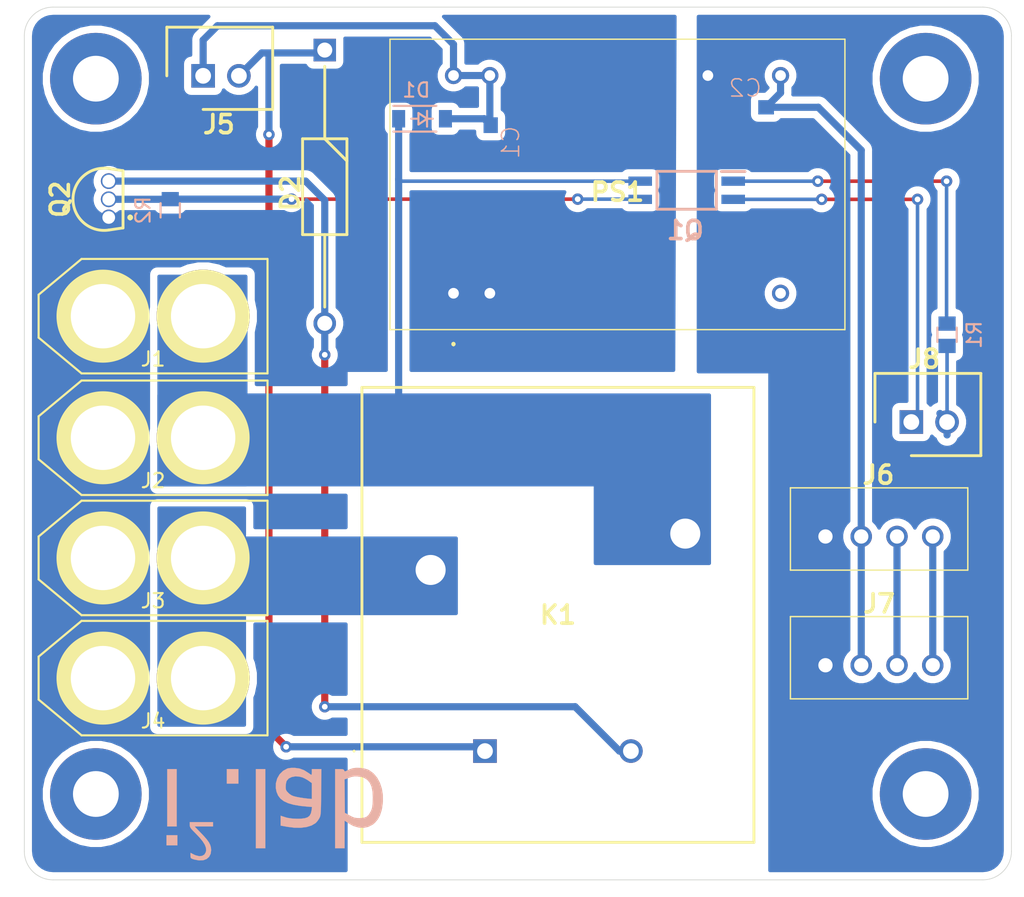
<source format=kicad_pcb>
(kicad_pcb (version 20171130) (host pcbnew "(5.1.12)-1")

  (general
    (thickness 1.6)
    (drawings 8)
    (tracks 86)
    (zones 0)
    (modules 23)
    (nets 16)
  )

  (page A4)
  (layers
    (0 F.Cu signal hide)
    (31 B.Cu signal)
    (32 B.Adhes user)
    (33 F.Adhes user)
    (34 B.Paste user)
    (35 F.Paste user)
    (36 B.SilkS user)
    (37 F.SilkS user)
    (38 B.Mask user)
    (39 F.Mask user)
    (40 Dwgs.User user)
    (41 Cmts.User user)
    (42 Eco1.User user)
    (43 Eco2.User user)
    (44 Edge.Cuts user)
    (45 Margin user)
    (46 B.CrtYd user)
    (47 F.CrtYd user)
    (48 B.Fab user)
    (49 F.Fab user)
  )

  (setup
    (last_trace_width 0.25)
    (user_trace_width 0.5)
    (user_trace_width 5)
    (trace_clearance 0.2)
    (zone_clearance 0.508)
    (zone_45_only no)
    (trace_min 0.2)
    (via_size 0.8)
    (via_drill 0.4)
    (via_min_size 0.4)
    (via_min_drill 0.3)
    (user_via 0.8 0.4)
    (uvia_size 0.3)
    (uvia_drill 0.1)
    (uvias_allowed no)
    (uvia_min_size 0.2)
    (uvia_min_drill 0.1)
    (edge_width 0.05)
    (segment_width 0.2)
    (pcb_text_width 0.3)
    (pcb_text_size 1.5 1.5)
    (mod_edge_width 0.12)
    (mod_text_size 1 1)
    (mod_text_width 0.15)
    (pad_size 3.15 3.15)
    (pad_drill 2.1)
    (pad_to_mask_clearance 0)
    (aux_axis_origin 0 0)
    (visible_elements 7FFFFFFF)
    (pcbplotparams
      (layerselection 0x010fc_ffffffff)
      (usegerberextensions false)
      (usegerberattributes true)
      (usegerberadvancedattributes true)
      (creategerberjobfile true)
      (excludeedgelayer true)
      (linewidth 0.100000)
      (plotframeref false)
      (viasonmask false)
      (mode 1)
      (useauxorigin false)
      (hpglpennumber 1)
      (hpglpenspeed 20)
      (hpglpendiameter 15.000000)
      (psnegative false)
      (psa4output false)
      (plotreference true)
      (plotvalue true)
      (plotinvisibletext false)
      (padsonsilk false)
      (subtractmaskfromsilk false)
      (outputformat 1)
      (mirror false)
      (drillshape 0)
      (scaleselection 1)
      (outputdirectory "gerber"))
  )

  (net 0 "")
  (net 1 GND)
  (net 2 "Net-(C1-Pad1)")
  (net 3 GNDREF)
  (net 4 +12V)
  (net 5 "Net-(D2-Pad2)")
  (net 6 "Net-(D2-Pad1)")
  (net 7 MOTOR_OUT)
  (net 8 CAH_L)
  (net 9 CAN_H)
  (net 10 VCC)
  (net 11 PC_GPIO)
  (net 12 PC_GND)
  (net 13 "Net-(PS1-Pad11)")
  (net 14 PHOTO)
  (net 15 "Net-(Q1-Pad1)")

  (net_class Default "This is the default net class."
    (clearance 0.2)
    (trace_width 0.25)
    (via_dia 0.8)
    (via_drill 0.4)
    (uvia_dia 0.3)
    (uvia_drill 0.1)
    (add_net +12V)
    (add_net CAH_L)
    (add_net CAN_H)
    (add_net GND)
    (add_net GNDREF)
    (add_net MOTOR_OUT)
    (add_net "Net-(C1-Pad1)")
    (add_net "Net-(D2-Pad1)")
    (add_net "Net-(D2-Pad2)")
    (add_net "Net-(PS1-Pad11)")
    (add_net "Net-(Q1-Pad1)")
    (add_net PC_GND)
    (add_net PC_GPIO)
    (add_net PHOTO)
    (add_net VCC)
  )

  (module Mypretty:953-1A-12DG-1 (layer F.Cu) (tedit 64CB6620) (tstamp 64CBB59F)
    (at 71.2 92)
    (descr 953-1A-12DG-1-2)
    (tags "Relay or Contactor")
    (path /649D256F)
    (fp_text reference K1 (at 5.1 -9.52) (layer F.SilkS)
      (effects (font (size 1.27 1.27) (thickness 0.254)))
    )
    (fp_text value 9531A12DG1 (at 5.1 -9.52) (layer F.SilkS) hide
      (effects (font (size 1.27 1.27) (thickness 0.254)))
    )
    (fp_line (start -8.6 -25.42) (end 18.8 -25.42) (layer F.Fab) (width 0.1))
    (fp_line (start 18.8 -25.42) (end 18.8 6.38) (layer F.Fab) (width 0.1))
    (fp_line (start 18.8 6.38) (end -8.6 6.38) (layer F.Fab) (width 0.1))
    (fp_line (start -8.6 6.38) (end -8.6 -25.42) (layer F.Fab) (width 0.1))
    (fp_line (start -9.6 -26.42) (end 19.8 -26.42) (layer F.CrtYd) (width 0.1))
    (fp_line (start 19.8 -26.42) (end 19.8 7.38) (layer F.CrtYd) (width 0.1))
    (fp_line (start 19.8 7.38) (end -9.6 7.38) (layer F.CrtYd) (width 0.1))
    (fp_line (start -9.6 7.38) (end -9.6 -26.42) (layer F.CrtYd) (width 0.1))
    (fp_line (start -8.6 -25.42) (end 18.8 -25.42) (layer F.SilkS) (width 0.2))
    (fp_line (start 18.8 -25.42) (end 18.8 6.38) (layer F.SilkS) (width 0.2))
    (fp_line (start 18.8 6.38) (end -8.6 6.38) (layer F.SilkS) (width 0.2))
    (fp_line (start -8.6 6.38) (end -8.6 -25.42) (layer F.SilkS) (width 0.2))
    (fp_line (start -9.1 0) (end -9.1 0) (layer F.SilkS) (width 0.1))
    (fp_line (start -9.2 0) (end -9.2 0) (layer F.SilkS) (width 0.1))
    (fp_arc (start -9.15 0) (end -9.2 0) (angle -180) (layer F.SilkS) (width 0.1))
    (fp_arc (start -9.15 0) (end -9.1 0) (angle -180) (layer F.SilkS) (width 0.1))
    (fp_text user %R (at 5.1 -9.52) (layer F.Fab)
      (effects (font (size 1.27 1.27) (thickness 0.254)))
    )
    (pad 4 thru_hole circle (at 14 -15.2) (size 3.15 3.15) (drill 2.1) (layers *.Cu *.Mask)
      (net 4 +12V))
    (pad 3 thru_hole circle (at -3.8 -12.66) (size 3.15 3.15) (drill 2.1) (layers *.Cu *.Mask)
      (net 7 MOTOR_OUT))
    (pad 2 thru_hole circle (at 10.2 0) (size 1.65 1.65) (drill 1.1) (layers *.Cu *.Mask)
      (net 5 "Net-(D2-Pad2)"))
    (pad 1 thru_hole rect (at 0 0) (size 1.65 1.65) (drill 1.1) (layers *.Cu *.Mask)
      (net 6 "Net-(D2-Pad1)"))
    (model 953-1A-12DG-1.stp
      (at (xyz 0 0 0))
      (scale (xyz 1 1 1))
      (rotate (xyz 0 0 0))
    )
    (model C:/Users/kazum/program/libraries/KiCad/3d_data/953-1A-12DG-1.stp
      (at (xyz 0 0 0))
      (scale (xyz 1 1 1))
      (rotate (xyz 0 0 0))
    )
  )

  (module Mypretty:XT60_F (layer F.Cu) (tedit 64A43978) (tstamp 64A02BE3)
    (at 48 86.9)
    (path /64A03DFD)
    (fp_text reference J4 (at 0 3) (layer F.SilkS)
      (effects (font (size 1 1) (thickness 0.15)))
    )
    (fp_text value Conn_01x02 (at 0 -3) (layer F.Fab)
      (effects (font (size 1 1) (thickness 0.15)))
    )
    (fp_line (start 8 -4) (end 8 4) (layer F.SilkS) (width 0.15))
    (fp_line (start -8 -1.5) (end -8 1.5) (layer F.SilkS) (width 0.15))
    (fp_line (start -5 -4) (end 8 -4) (layer F.SilkS) (width 0.15))
    (fp_line (start -8 -1.5) (end -5 -4) (layer F.SilkS) (width 0.15))
    (fp_line (start -5 4) (end 8 4) (layer F.SilkS) (width 0.15))
    (fp_line (start -8 1.5) (end -5 4) (layer F.SilkS) (width 0.15))
    (pad 2 thru_hole circle (at 3.5 0) (size 6.5 6.5) (drill 4.5) (layers *.Cu *.Mask F.SilkS)
      (net 7 MOTOR_OUT))
    (pad 1 thru_hole circle (at -3.5 0) (size 6.5 6.5) (drill 4.5) (layers *.Cu *.Mask F.SilkS)
      (net 1 GND))
    (model C:/Users/kazum/program/libraries/KiCad/3d_data/XT60_F.stp
      (at (xyz 0 0 0))
      (scale (xyz 1 1 1))
      (rotate (xyz 0 0 0))
    )
  )

  (module Mypretty:XT60_F (layer F.Cu) (tedit 64A43978) (tstamp 64A02BD7)
    (at 48 78.5)
    (path /64A02202)
    (fp_text reference J3 (at 0 3) (layer F.SilkS)
      (effects (font (size 1 1) (thickness 0.15)))
    )
    (fp_text value Conn_01x02 (at 0 -3) (layer F.Fab)
      (effects (font (size 1 1) (thickness 0.15)))
    )
    (fp_line (start 8 -4) (end 8 4) (layer F.SilkS) (width 0.15))
    (fp_line (start -8 -1.5) (end -8 1.5) (layer F.SilkS) (width 0.15))
    (fp_line (start -5 -4) (end 8 -4) (layer F.SilkS) (width 0.15))
    (fp_line (start -8 -1.5) (end -5 -4) (layer F.SilkS) (width 0.15))
    (fp_line (start -5 4) (end 8 4) (layer F.SilkS) (width 0.15))
    (fp_line (start -8 1.5) (end -5 4) (layer F.SilkS) (width 0.15))
    (pad 2 thru_hole circle (at 3.5 0) (size 6.5 6.5) (drill 4.5) (layers *.Cu *.Mask F.SilkS)
      (net 7 MOTOR_OUT))
    (pad 1 thru_hole circle (at -3.5 0) (size 6.5 6.5) (drill 4.5) (layers *.Cu *.Mask F.SilkS)
      (net 1 GND))
    (model C:/Users/kazum/program/libraries/KiCad/3d_data/XT60_F.stp
      (at (xyz 0 0 0))
      (scale (xyz 1 1 1))
      (rotate (xyz 0 0 0))
    )
  )

  (module Mypretty:XT60_M (layer F.Cu) (tedit 64A4329A) (tstamp 64A49EAC)
    (at 48 70.1)
    (path /649FCF8A)
    (fp_text reference J2 (at 0 3) (layer F.SilkS)
      (effects (font (size 1 1) (thickness 0.15)))
    )
    (fp_text value Conn_01x02 (at 0 -3) (layer F.Fab)
      (effects (font (size 1 1) (thickness 0.15)))
    )
    (fp_line (start -8 1.5) (end -5 4) (layer F.SilkS) (width 0.15))
    (fp_line (start -5 4) (end 8 4) (layer F.SilkS) (width 0.15))
    (fp_line (start -8 -1.5) (end -5 -4) (layer F.SilkS) (width 0.15))
    (fp_line (start -5 -4) (end 8 -4) (layer F.SilkS) (width 0.15))
    (fp_line (start -8 -1.5) (end -8 1.5) (layer F.SilkS) (width 0.15))
    (fp_line (start 8 -4) (end 8 4) (layer F.SilkS) (width 0.15))
    (pad 2 thru_hole circle (at 3.5 0) (size 6.5 6.5) (drill 4.5) (layers *.Cu *.Mask F.SilkS)
      (net 4 +12V))
    (pad 1 thru_hole circle (at -3.5 0) (size 6.5 6.5) (drill 4.5) (layers *.Cu *.Mask F.SilkS)
      (net 1 GND))
    (model conn_XT/XT60_M.wrl
      (at (xyz 0 0 0))
      (scale (xyz 4 4 4))
      (rotate (xyz 0 0 0))
    )
    (model C:/Users/kazum/program/libraries/KiCad/3d_data/XT60_M.stp
      (at (xyz 0 0 0))
      (scale (xyz 1 1 1))
      (rotate (xyz 0 0 0))
    )
  )

  (module Mypretty:XT60_M (layer F.Cu) (tedit 64A4329A) (tstamp 64A2B7F2)
    (at 48 61.6)
    (path /64A2F4FE)
    (fp_text reference J1 (at 0 3) (layer F.SilkS)
      (effects (font (size 1 1) (thickness 0.15)))
    )
    (fp_text value Conn_01x02 (at 0 -3) (layer F.Fab)
      (effects (font (size 1 1) (thickness 0.15)))
    )
    (fp_line (start -8 1.5) (end -5 4) (layer F.SilkS) (width 0.15))
    (fp_line (start -5 4) (end 8 4) (layer F.SilkS) (width 0.15))
    (fp_line (start -8 -1.5) (end -5 -4) (layer F.SilkS) (width 0.15))
    (fp_line (start -5 -4) (end 8 -4) (layer F.SilkS) (width 0.15))
    (fp_line (start -8 -1.5) (end -8 1.5) (layer F.SilkS) (width 0.15))
    (fp_line (start 8 -4) (end 8 4) (layer F.SilkS) (width 0.15))
    (pad 2 thru_hole circle (at 3.5 0) (size 6.5 6.5) (drill 4.5) (layers *.Cu *.Mask F.SilkS)
      (net 4 +12V))
    (pad 1 thru_hole circle (at -3.5 0) (size 6.5 6.5) (drill 4.5) (layers *.Cu *.Mask F.SilkS)
      (net 1 GND))
    (model conn_XT/XT60_M.wrl
      (at (xyz 0 0 0))
      (scale (xyz 4 4 4))
      (rotate (xyz 0 0 0))
    )
    (model C:/Users/kazum/program/libraries/KiCad/3d_data/XT60_M.stp
      (at (xyz 0 0 0))
      (scale (xyz 1 1 1))
      (rotate (xyz 0 0 0))
    )
  )

  (module Mypretty:B4B-XH-A_LF__SN (layer F.Cu) (tedit 64A579CE) (tstamp 64A02C20)
    (at 95 86)
    (descr "B4B-XH-A(LF)(SN)-3")
    (tags Connector)
    (path /649BB6F2)
    (fp_text reference J7 (at 3.75 -4.3) (layer F.SilkS)
      (effects (font (size 1.27 1.27) (thickness 0.254)))
    )
    (fp_text value B4B-XH-A_LF__SN_ (at 3.75 -0.525) (layer F.SilkS) hide
      (effects (font (size 1.27 1.27) (thickness 0.254)))
    )
    (fp_line (start -2.45 -3.4) (end 9.95 -3.4) (layer F.Fab) (width 0.2))
    (fp_line (start 9.95 -3.4) (end 9.95 2.35) (layer F.Fab) (width 0.2))
    (fp_line (start 9.95 2.35) (end -2.45 2.35) (layer F.Fab) (width 0.2))
    (fp_line (start -2.45 2.35) (end -2.45 -3.4) (layer F.Fab) (width 0.2))
    (fp_line (start -2.45 -3.4) (end 9.95 -3.4) (layer F.SilkS) (width 0.1))
    (fp_line (start 9.95 -3.4) (end 9.95 2.35) (layer F.SilkS) (width 0.1))
    (fp_line (start 9.95 2.35) (end -2.45 2.35) (layer F.SilkS) (width 0.1))
    (fp_line (start -2.45 2.35) (end -2.45 -3.4) (layer F.SilkS) (width 0.1))
    (fp_line (start -3.45 -4.4) (end 10.95 -4.4) (layer F.CrtYd) (width 0.1))
    (fp_line (start 10.95 -4.4) (end 10.95 3.35) (layer F.CrtYd) (width 0.1))
    (fp_line (start 10.95 3.35) (end -3.45 3.35) (layer F.CrtYd) (width 0.1))
    (fp_line (start -3.45 3.35) (end -3.45 -4.4) (layer F.CrtYd) (width 0.1))
    (fp_text user %R (at 3.75 -0.525) (layer F.Fab)
      (effects (font (size 1.27 1.27) (thickness 0.254)))
    )
    (pad 4 thru_hole circle (at 7.5 0) (size 1.5 1.5) (drill 1) (layers *.Cu *.Mask)
      (net 8 CAH_L))
    (pad 3 thru_hole circle (at 5 0) (size 1.5 1.5) (drill 1) (layers *.Cu *.Mask)
      (net 9 CAN_H))
    (pad 2 thru_hole circle (at 2.5 0) (size 1.5 1.5) (drill 1) (layers *.Cu *.Mask)
      (net 10 VCC))
    (pad 1 thru_hole circle (at 0 0) (size 1.5 1.5) (drill 1) (layers *.Cu *.Mask)
      (net 3 GNDREF))
    (model B4B-XH-A_LF__SN_.stp
      (offset (xyz -43.40999919545833 -21.62999883591657 0))
      (scale (xyz 1 1 1))
      (rotate (xyz -90 0 -180))
    )
    (model C:/Users/kazum/program/libraries/KiCad/3d_data/B4B-XH-A__LF__SN_.stp
      (at (xyz 0 0 0))
      (scale (xyz 1 1 1))
      (rotate (xyz 0 0 0))
    )
  )

  (module MyLogopretty:i2lab (layer B.Cu) (tedit 0) (tstamp 64A1E074)
    (at 56 96)
    (fp_text reference G*** (at 0 0) (layer B.SilkS) hide
      (effects (font (size 1.524 1.524) (thickness 0.3)) (justify mirror))
    )
    (fp_text value LOGO (at 0.75 0) (layer B.SilkS) hide
      (effects (font (size 1.524 1.524) (thickness 0.3)) (justify mirror))
    )
    (fp_poly (pts (xy -6.2992 1.8796) (xy -7.0612 1.8796) (xy -7.0612 2.5908) (xy -6.2992 2.5908)
      (xy -6.2992 1.8796)) (layer B.SilkS) (width 0.01))
    (fp_poly (pts (xy -4.496856 3.630514) (xy -4.258403 3.54425) (xy -4.080765 3.389779) (xy -3.972596 3.171848)
      (xy -3.941742 2.932405) (xy -3.956282 2.740918) (xy -4.004659 2.562791) (xy -4.096572 2.381238)
      (xy -4.241717 2.179474) (xy -4.449795 1.940713) (xy -4.616053 1.7653) (xy -5.095347 1.27)
      (xy -3.81 1.27) (xy -3.81 0.9652) (xy -5.4356 0.9652) (xy -5.4356 1.157063)
      (xy -5.427925 1.254138) (xy -5.395806 1.342457) (xy -5.325608 1.442763) (xy -5.203692 1.5758)
      (xy -5.076573 1.703163) (xy -4.764655 2.027659) (xy -4.534762 2.307161) (xy -4.382341 2.549845)
      (xy -4.30284 2.763887) (xy -4.291707 2.957461) (xy -4.316375 3.068476) (xy -4.417454 3.235117)
      (xy -4.578866 3.328092) (xy -4.788546 3.345019) (xy -5.034432 3.283512) (xy -5.147591 3.23271)
      (xy -5.3848 3.112619) (xy -5.3848 3.306942) (xy -5.379654 3.420477) (xy -5.347996 3.487627)
      (xy -5.265496 3.533578) (xy -5.12158 3.579432) (xy -4.787467 3.643824) (xy -4.496856 3.630514)) (layer B.SilkS) (width 0.01))
    (fp_poly (pts (xy -0.1524 -2.7432) (xy -0.8128 -2.7432) (xy -0.8128 2.794) (xy -0.1524 2.794)
      (xy -0.1524 -2.7432)) (layer B.SilkS) (width 0.01))
    (fp_poly (pts (xy -2.032 -2.7432) (xy -2.8448 -2.7432) (xy -2.8448 -1.7272) (xy -2.032 -1.7272)
      (xy -2.032 -2.7432)) (layer B.SilkS) (width 0.01))
    (fp_poly (pts (xy -6.35 -2.7432) (xy -7.0104 -2.7432) (xy -7.0104 1.27) (xy -6.35 1.27)
      (xy -6.35 -2.7432)) (layer B.SilkS) (width 0.01))
    (fp_poly (pts (xy 5.3848 0.861916) (xy 5.643796 1.040074) (xy 5.997342 1.234433) (xy 6.357478 1.341831)
      (xy 6.711021 1.362476) (xy 7.044792 1.296572) (xy 7.345609 1.144329) (xy 7.505574 1.010859)
      (xy 7.709865 0.768754) (xy 7.860587 0.490848) (xy 7.971361 0.149905) (xy 8.001341 0.019535)
      (xy 8.067121 -0.465254) (xy 8.061011 -0.936757) (xy 7.987537 -1.382506) (xy 7.851228 -1.79003)
      (xy 7.656609 -2.14686) (xy 7.408207 -2.440527) (xy 7.110549 -2.658561) (xy 7.011218 -2.707852)
      (xy 6.793909 -2.774895) (xy 6.523981 -2.816776) (xy 6.246724 -2.829568) (xy 6.007431 -2.809343)
      (xy 5.960115 -2.798994) (xy 5.809185 -2.748862) (xy 5.63512 -2.675893) (xy 5.593025 -2.655768)
      (xy 5.465964 -2.595909) (xy 5.401111 -2.581565) (xy 5.370275 -2.611876) (xy 5.357187 -2.648572)
      (xy 5.322416 -2.703038) (xy 5.245655 -2.731984) (xy 5.101955 -2.742533) (xy 5.025776 -2.7432)
      (xy 4.7244 -2.7432) (xy 4.7244 -2.02289) (xy 5.382949 -2.02289) (xy 5.599774 -2.100356)
      (xy 5.749393 -2.153269) (xy 5.866542 -2.193762) (xy 5.8928 -2.2025) (xy 6.065768 -2.229694)
      (xy 6.289591 -2.227775) (xy 6.518864 -2.200137) (xy 6.708183 -2.150171) (xy 6.733101 -2.139713)
      (xy 6.96802 -1.993819) (xy 7.145013 -1.791465) (xy 7.267345 -1.524567) (xy 7.338277 -1.185041)
      (xy 7.361073 -0.764803) (xy 7.358087 -0.591076) (xy 7.346026 -0.322791) (xy 7.32714 -0.128358)
      (xy 7.296509 0.019953) (xy 7.249209 0.149872) (xy 7.213089 0.22596) (xy 7.08276 0.443999)
      (xy 6.938906 0.582977) (xy 6.755713 0.658145) (xy 6.507367 0.684752) (xy 6.434992 0.685605)
      (xy 6.226154 0.679294) (xy 6.067365 0.652433) (xy 5.911796 0.592731) (xy 5.7404 0.503278)
      (xy 5.4102 0.321145) (xy 5.396574 -0.850872) (xy 5.382949 -2.02289) (xy 4.7244 -2.02289)
      (xy 4.7244 2.794) (xy 5.3848 2.794) (xy 5.3848 0.861916)) (layer B.SilkS) (width 0.01))
    (fp_poly (pts (xy 2.737501 1.307312) (xy 3.079188 1.200572) (xy 3.347727 1.041998) (xy 3.39521 1.000819)
      (xy 3.496401 0.883249) (xy 3.600027 0.728904) (xy 3.624443 0.6858) (xy 3.654901 0.624925)
      (xy 3.679292 0.559911) (xy 3.698427 0.478969) (xy 3.713121 0.370309) (xy 3.724187 0.222139)
      (xy 3.732438 0.022668) (xy 3.738689 -0.239893) (xy 3.743751 -0.577336) (xy 3.748439 -1.001452)
      (xy 3.749725 -1.1303) (xy 3.765651 -2.7432) (xy 3.0988 -2.7432) (xy 3.0988 -2.54)
      (xy 3.092408 -2.4127) (xy 3.076443 -2.341948) (xy 3.07001 -2.3368) (xy 3.014766 -2.364511)
      (xy 2.912819 -2.433479) (xy 2.87951 -2.457997) (xy 2.559921 -2.660553) (xy 2.242633 -2.779543)
      (xy 1.905 -2.826641) (xy 1.674992 -2.825627) (xy 1.475659 -2.803537) (xy 1.378563 -2.778323)
      (xy 1.08146 -2.614352) (xy 0.845739 -2.380157) (xy 0.678646 -2.091486) (xy 0.587426 -1.764089)
      (xy 0.58175 -1.518657) (xy 1.27 -1.518657) (xy 1.284347 -1.7028) (xy 1.32072 -1.868001)
      (xy 1.343562 -1.9253) (xy 1.477289 -2.079462) (xy 1.679964 -2.18271) (xy 1.93009 -2.230412)
      (xy 2.206169 -2.217934) (xy 2.434485 -2.160381) (xy 2.60505 -2.083925) (xy 2.793839 -1.976099)
      (xy 2.872671 -1.923169) (xy 3.0988 -1.760776) (xy 3.0988 -0.652313) (xy 2.7559 -0.684346)
      (xy 2.51786 -0.713136) (xy 2.246762 -0.755478) (xy 2.042737 -0.793891) (xy 1.822334 -0.848598)
      (xy 1.664742 -0.914) (xy 1.531441 -1.008222) (xy 1.471237 -1.062836) (xy 1.352499 -1.185408)
      (xy 1.292654 -1.28853) (xy 1.271912 -1.417028) (xy 1.27 -1.518657) (xy 0.58175 -1.518657)
      (xy 0.579323 -1.413717) (xy 0.630288 -1.151689) (xy 0.738924 -0.891592) (xy 0.905163 -0.674761)
      (xy 1.136254 -0.497576) (xy 1.439446 -0.356422) (xy 1.82199 -0.247681) (xy 2.291133 -0.167735)
      (xy 2.685806 -0.126042) (xy 3.111012 -0.089944) (xy 3.080425 0.133213) (xy 3.030551 0.355068)
      (xy 2.942031 0.517967) (xy 2.80215 0.629333) (xy 2.598195 0.696591) (xy 2.317453 0.727165)
      (xy 2.0574 0.730593) (xy 1.695158 0.713153) (xy 1.400569 0.667709) (xy 1.2319 0.62162)
      (xy 0.9144 0.518654) (xy 0.9144 1.20981) (xy 1.401418 1.297499) (xy 1.88583 1.357679)
      (xy 2.335453 1.360315) (xy 2.737501 1.307312)) (layer B.SilkS) (width 0.01))
  )

  (module MountingHole:MountingHole_3.2mm_M3_Pad (layer F.Cu) (tedit 56D1B4CB) (tstamp 64A15EC9)
    (at 44 45)
    (descr "Mounting Hole 3.2mm, M3")
    (tags "mounting hole 3.2mm m3")
    (attr virtual)
    (fp_text reference REF** (at 0 -4.2) (layer F.SilkS) hide
      (effects (font (size 1 1) (thickness 0.15)))
    )
    (fp_text value MountingHole_3.2mm_M3_Pad (at 0 4.2) (layer F.Fab) hide
      (effects (font (size 1 1) (thickness 0.15)))
    )
    (fp_circle (center 0 0) (end 3.45 0) (layer F.CrtYd) (width 0.05))
    (fp_circle (center 0 0) (end 3.2 0) (layer Cmts.User) (width 0.15))
    (fp_text user %R (at 0.3 0) (layer F.Fab) hide
      (effects (font (size 1 1) (thickness 0.15)))
    )
    (pad 1 thru_hole circle (at 0 0) (size 6.4 6.4) (drill 3.2) (layers *.Cu *.Mask))
  )

  (module MountingHole:MountingHole_3.2mm_M3_Pad (layer F.Cu) (tedit 56D1B4CB) (tstamp 64A16275)
    (at 44 95)
    (descr "Mounting Hole 3.2mm, M3")
    (tags "mounting hole 3.2mm m3")
    (attr virtual)
    (fp_text reference REF** (at 0 -4.2) (layer F.SilkS) hide
      (effects (font (size 1 1) (thickness 0.15)))
    )
    (fp_text value MountingHole_3.2mm_M3_Pad (at 0 4.2) (layer F.Fab) hide
      (effects (font (size 1 1) (thickness 0.15)))
    )
    (fp_circle (center 0 0) (end 3.45 0) (layer F.CrtYd) (width 0.05))
    (fp_circle (center 0 0) (end 3.2 0) (layer Cmts.User) (width 0.15))
    (fp_text user %R (at 0.3 0) (layer F.Fab) hide
      (effects (font (size 1 1) (thickness 0.15)))
    )
    (pad 1 thru_hole circle (at 0 0) (size 6.4 6.4) (drill 3.2) (layers *.Cu *.Mask))
  )

  (module MountingHole:MountingHole_3.2mm_M3_Pad (layer F.Cu) (tedit 56D1B4CB) (tstamp 64A15EC9)
    (at 102 95)
    (descr "Mounting Hole 3.2mm, M3")
    (tags "mounting hole 3.2mm m3")
    (attr virtual)
    (fp_text reference REF** (at 0 -4.2) (layer F.SilkS) hide
      (effects (font (size 1 1) (thickness 0.15)))
    )
    (fp_text value MountingHole_3.2mm_M3_Pad (at 0 4.2) (layer F.Fab) hide
      (effects (font (size 1 1) (thickness 0.15)))
    )
    (fp_circle (center 0 0) (end 3.45 0) (layer F.CrtYd) (width 0.05))
    (fp_circle (center 0 0) (end 3.2 0) (layer Cmts.User) (width 0.15))
    (fp_text user %R (at 0.3 0) (layer F.Fab) hide
      (effects (font (size 1 1) (thickness 0.15)))
    )
    (pad 1 thru_hole circle (at 0 0) (size 6.4 6.4) (drill 3.2) (layers *.Cu *.Mask))
  )

  (module MountingHole:MountingHole_3.2mm_M3_Pad (layer F.Cu) (tedit 56D1B4CB) (tstamp 64A15BAF)
    (at 102 45)
    (descr "Mounting Hole 3.2mm, M3")
    (tags "mounting hole 3.2mm m3")
    (attr virtual)
    (fp_text reference REF** (at 0 -4.2) (layer F.SilkS) hide
      (effects (font (size 1 1) (thickness 0.15)))
    )
    (fp_text value MountingHole_3.2mm_M3_Pad (at 0 4.2) (layer F.Fab) hide
      (effects (font (size 1 1) (thickness 0.15)))
    )
    (fp_circle (center 0 0) (end 3.45 0) (layer F.CrtYd) (width 0.05))
    (fp_circle (center 0 0) (end 3.2 0) (layer Cmts.User) (width 0.15))
    (fp_text user %R (at 0.3 0) (layer F.Fab) hide
      (effects (font (size 1 1) (thickness 0.15)))
    )
    (pad 1 thru_hole circle (at 0 0) (size 6.4 6.4) (drill 3.2) (layers *.Cu *.Mask))
  )

  (module Mypretty:R_1608 (layer B.Cu) (tedit 64A57B6E) (tstamp 64A2B480)
    (at 49.2 54.2 270)
    (descr "Resistor SMD 0603, reflow soldering, Vishay (see dcrcw.pdf)")
    (tags "resistor 0603")
    (path /649BDA1B)
    (attr smd)
    (fp_text reference R2 (at 0 -1.9 90) (layer B.Fab)
      (effects (font (size 1 1) (thickness 0.15)) (justify mirror))
    )
    (fp_text value R2 (at 0 1.9 90) (layer B.SilkS)
      (effects (font (size 1 1) (thickness 0.15)) (justify mirror))
    )
    (fp_line (start -0.5 0.675) (end 0.5 0.675) (layer B.SilkS) (width 0.15))
    (fp_line (start 0.5 -0.675) (end -0.5 -0.675) (layer B.SilkS) (width 0.15))
    (fp_line (start 1.3 0.8) (end 1.3 -0.8) (layer B.CrtYd) (width 0.05))
    (fp_line (start -1.3 0.8) (end -1.3 -0.8) (layer B.CrtYd) (width 0.05))
    (fp_line (start -1.3 -0.8) (end 1.3 -0.8) (layer B.CrtYd) (width 0.05))
    (fp_line (start -1.3 0.8) (end 1.3 0.8) (layer B.CrtYd) (width 0.05))
    (pad 2 smd rect (at 0.78 0 270) (size 1 1.2) (layers B.Cu B.Paste B.Mask)
      (net 1 GND))
    (pad 1 smd rect (at -0.78 0 270) (size 1 1.2) (layers B.Cu B.Paste B.Mask)
      (net 14 PHOTO))
    (model Resistors_SMD.3dshapes/R_0603.wrl
      (at (xyz 0 0 0))
      (scale (xyz 1 1 1))
      (rotate (xyz 0 0 0))
    )
    (model ${KISYS3DMOD}/Resistor_SMD.3dshapes/R_0603_1608Metric.step
      (at (xyz 0 0 0))
      (scale (xyz 1 1 1))
      (rotate (xyz 0 0 0))
    )
  )

  (module Mypretty:R_1608 (layer B.Cu) (tedit 64A57B6E) (tstamp 64A576B7)
    (at 103.5 62.9 90)
    (descr "Resistor SMD 0603, reflow soldering, Vishay (see dcrcw.pdf)")
    (tags "resistor 0603")
    (path /649E93FA)
    (attr smd)
    (fp_text reference R1 (at 0 -1.9 270) (layer B.Fab)
      (effects (font (size 1 1) (thickness 0.15)) (justify mirror))
    )
    (fp_text value R1 (at 0 1.9 270) (layer B.SilkS)
      (effects (font (size 1 1) (thickness 0.15)) (justify mirror))
    )
    (fp_line (start -0.5 0.675) (end 0.5 0.675) (layer B.SilkS) (width 0.15))
    (fp_line (start 0.5 -0.675) (end -0.5 -0.675) (layer B.SilkS) (width 0.15))
    (fp_line (start 1.3 0.8) (end 1.3 -0.8) (layer B.CrtYd) (width 0.05))
    (fp_line (start -1.3 0.8) (end -1.3 -0.8) (layer B.CrtYd) (width 0.05))
    (fp_line (start -1.3 -0.8) (end 1.3 -0.8) (layer B.CrtYd) (width 0.05))
    (fp_line (start -1.3 0.8) (end 1.3 0.8) (layer B.CrtYd) (width 0.05))
    (pad 2 smd rect (at 0.78 0 90) (size 1 1.2) (layers B.Cu B.Paste B.Mask)
      (net 15 "Net-(Q1-Pad1)"))
    (pad 1 smd rect (at -0.78 0 90) (size 1 1.2) (layers B.Cu B.Paste B.Mask)
      (net 11 PC_GPIO))
    (model Resistors_SMD.3dshapes/R_0603.wrl
      (at (xyz 0 0 0))
      (scale (xyz 1 1 1))
      (rotate (xyz 0 0 0))
    )
    (model ${KISYS3DMOD}/Resistor_SMD.3dshapes/R_0603_1608Metric.step
      (at (xyz 0 0 0))
      (scale (xyz 1 1 1))
      (rotate (xyz 0 0 0))
    )
  )

  (module Mypretty:2N7000 (layer F.Cu) (tedit 64A5762D) (tstamp 64A2C1C6)
    (at 44.9 54.7 90)
    (descr TO-92)
    (tags "MOSFET (N-Channel)")
    (path /649D7EF8)
    (fp_text reference Q2 (at 1.27 -3.4 90) (layer F.SilkS)
      (effects (font (size 1.27 1.27) (thickness 0.254)))
    )
    (fp_text value TS1107A1AP (at 1.27 -1.075 90) (layer F.SilkS) hide
      (effects (font (size 1.27 1.27) (thickness 0.254)))
    )
    (fp_line (start -2.08 -4.35) (end 4.62 -4.35) (layer F.CrtYd) (width 0.1))
    (fp_line (start 4.62 -4.35) (end 4.62 2.2) (layer F.CrtYd) (width 0.1))
    (fp_line (start 4.62 2.2) (end -2.08 2.2) (layer F.CrtYd) (width 0.1))
    (fp_line (start -2.08 2.2) (end -2.08 -4.35) (layer F.CrtYd) (width 0.1))
    (fp_line (start -0.1 1.5) (end -0.1 1.5) (layer F.SilkS) (width 0.2))
    (fp_line (start 0.1 1.5) (end 0.1 1.5) (layer F.SilkS) (width 0.2))
    (fp_line (start -0.73 1) (end 3.27 1) (layer F.Fab) (width 0.1))
    (fp_line (start 3.27 1) (end 3.42 0) (layer F.Fab) (width 0.1))
    (fp_line (start 3.42 0) (end 3.42 0) (layer F.Fab) (width 0.1))
    (fp_line (start -0.88 0) (end -0.73 1) (layer F.Fab) (width 0.1))
    (fp_line (start -0.73 1) (end 3.27 1) (layer F.SilkS) (width 0.2))
    (fp_line (start 3.27 1) (end 3.42 0) (layer F.SilkS) (width 0.2))
    (fp_line (start 3.42 0) (end 3.42 0) (layer F.SilkS) (width 0.2))
    (fp_line (start -0.88 0) (end -0.73 1) (layer F.SilkS) (width 0.2))
    (fp_arc (start 1.27 -0.3225) (end 3.42 0) (angle -197.1) (layer F.SilkS) (width 0.2))
    (fp_arc (start 1.27 -0.3225) (end 3.42 0) (angle -197.1) (layer F.Fab) (width 0.1))
    (fp_arc (start 0 1.5) (end 0.1 1.5) (angle -180) (layer F.SilkS) (width 0.2))
    (fp_arc (start 0 1.5) (end -0.1 1.5) (angle -180) (layer F.SilkS) (width 0.2))
    (fp_text user %R (at 1.27 -1.075 90) (layer F.Fab)
      (effects (font (size 1.27 1.27) (thickness 0.254)))
    )
    (pad 3 thru_hole circle (at 2.54 0 90) (size 1.1 1.1) (drill 0.89) (layers *.Cu *.Mask)
      (net 5 "Net-(D2-Pad2)"))
    (pad 2 thru_hole circle (at 1.27 0 90) (size 1.1 1.1) (drill 0.89) (layers *.Cu *.Mask)
      (net 14 PHOTO))
    (pad 1 thru_hole circle (at 0 0 90) (size 1.1 1.1) (drill 0.89) (layers *.Cu *.Mask)
      (net 1 GND))
    (model C:/Users/kazum/program/libraries/KiCad/3d_data/2N7000.stp
      (offset (xyz 1.3 0.3 2))
      (scale (xyz 1 1 1))
      (rotate (xyz 0 0 -90))
    )
  )

  (module Mypretty:TLP293_V4-GBTL_E_T (layer B.Cu) (tedit 64A57891) (tstamp 64A573BA)
    (at 85.3 52.8 180)
    (descr 11-3C1)
    (tags Phototransistor)
    (path /6490621A)
    (attr smd)
    (fp_text reference Q1 (at 0.1 -2.8) (layer B.SilkS)
      (effects (font (size 1.27 1.27) (thickness 0.254)) (justify mirror))
    )
    (fp_text value TLP293_V4-GBTL,E_T (at 0 0) (layer B.SilkS) hide
      (effects (font (size 1.27 1.27) (thickness 0.254)) (justify mirror))
    )
    (fp_line (start -4.325 1.675) (end 4.325 1.675) (layer B.CrtYd) (width 0.05))
    (fp_line (start 4.325 1.675) (end 4.325 -1.675) (layer B.CrtYd) (width 0.05))
    (fp_line (start 4.325 -1.675) (end -4.325 -1.675) (layer B.CrtYd) (width 0.05))
    (fp_line (start -4.325 -1.675) (end -4.325 1.675) (layer B.CrtYd) (width 0.05))
    (fp_line (start -2.3 1.325) (end 2.3 1.325) (layer B.Fab) (width 0.1))
    (fp_line (start 2.3 1.325) (end 2.3 -1.325) (layer B.Fab) (width 0.1))
    (fp_line (start 2.3 -1.325) (end -2.3 -1.325) (layer B.Fab) (width 0.1))
    (fp_line (start -2.3 -1.325) (end -2.3 1.325) (layer B.Fab) (width 0.1))
    (fp_line (start -2.3 0.055) (end -1.03 1.325) (layer B.Fab) (width 0.1))
    (fp_line (start -2.075 1.325) (end 2.075 1.325) (layer B.SilkS) (width 0.2))
    (fp_line (start 2.075 1.325) (end 2.075 -1.325) (layer B.SilkS) (width 0.2))
    (fp_line (start 2.075 -1.325) (end -2.075 -1.325) (layer B.SilkS) (width 0.2))
    (fp_line (start -2.075 -1.325) (end -2.075 1.325) (layer B.SilkS) (width 0.2))
    (fp_line (start -4.075 1.31) (end -2.425 1.31) (layer B.SilkS) (width 0.2))
    (fp_text user %R (at 0 0) (layer B.Fab)
      (effects (font (size 1.27 1.27) (thickness 0.254)) (justify mirror))
    )
    (pad 4 smd rect (at 3.25 0.635 90) (size 0.65 1.65) (layers B.Cu B.Paste B.Mask)
      (net 4 +12V))
    (pad 3 smd rect (at 3.25 -0.635 90) (size 0.65 1.65) (layers B.Cu B.Paste B.Mask)
      (net 14 PHOTO))
    (pad 2 smd rect (at -3.25 -0.635 90) (size 0.65 1.65) (layers B.Cu B.Paste B.Mask)
      (net 12 PC_GND))
    (pad 1 smd rect (at -3.25 0.635 90) (size 0.65 1.65) (layers B.Cu B.Paste B.Mask)
      (net 15 "Net-(Q1-Pad1)"))
    (model TLP293_V4-GBTL,E_T.stp
      (at (xyz 0 0 0))
      (scale (xyz 1 1 1))
      (rotate (xyz 0 0 0))
    )
    (model C:/Users/kazum/program/libraries/KiCad/3d_data/TLP293_V4-GBTL,E_T.stp
      (at (xyz 0 0 0))
      (scale (xyz 1 1 1))
      (rotate (xyz 0 0 0))
    )
  )

  (module Mypretty:MIWI06-24S12 (layer F.Cu) (tedit 64A57861) (tstamp 64A15F34)
    (at 69 60)
    (descr MIWI06-24S12-2)
    (tags "Power Supply")
    (path /649BED17)
    (fp_text reference PS1 (at 11.46 -7.08) (layer F.SilkS)
      (effects (font (size 1.27 1.27) (thickness 0.254)))
    )
    (fp_text value MIWI0624S12 (at 11.46 -7.08) (layer F.SilkS) hide
      (effects (font (size 1.27 1.27) (thickness 0.254)))
    )
    (fp_line (start -4.44 -17.76) (end 27.36 -17.76) (layer F.Fab) (width 0.2))
    (fp_line (start 27.36 -17.76) (end 27.36 2.54) (layer F.Fab) (width 0.2))
    (fp_line (start 27.36 2.54) (end -4.44 2.54) (layer F.Fab) (width 0.2))
    (fp_line (start -4.44 2.54) (end -4.44 -17.76) (layer F.Fab) (width 0.2))
    (fp_line (start -4.44 -17.76) (end 27.36 -17.76) (layer F.SilkS) (width 0.1))
    (fp_line (start 27.36 -17.76) (end 27.36 2.54) (layer F.SilkS) (width 0.1))
    (fp_line (start 27.36 2.54) (end -4.44 2.54) (layer F.SilkS) (width 0.1))
    (fp_line (start -4.44 2.54) (end -4.44 -17.76) (layer F.SilkS) (width 0.1))
    (fp_line (start -5.44 4.6) (end 28.36 4.6) (layer F.CrtYd) (width 0.1))
    (fp_line (start 28.36 4.6) (end 28.36 -18.76) (layer F.CrtYd) (width 0.1))
    (fp_line (start 28.36 -18.76) (end -5.44 -18.76) (layer F.CrtYd) (width 0.1))
    (fp_line (start -5.44 -18.76) (end -5.44 4.6) (layer F.CrtYd) (width 0.1))
    (fp_line (start 0 3.5) (end 0 3.5) (layer F.SilkS) (width 0.2))
    (fp_line (start 0 3.6) (end 0 3.6) (layer F.SilkS) (width 0.2))
    (fp_line (start 0 3.5) (end 0 3.5) (layer F.SilkS) (width 0.2))
    (fp_arc (start 0 3.55) (end 0 3.5) (angle -180) (layer F.SilkS) (width 0.2))
    (fp_arc (start 0 3.55) (end 0 3.6) (angle -180) (layer F.SilkS) (width 0.2))
    (fp_arc (start 0 3.55) (end 0 3.5) (angle -180) (layer F.SilkS) (width 0.2))
    (fp_text user %R (at 11.46 -7.08) (layer F.Fab)
      (effects (font (size 1.27 1.27) (thickness 0.254)))
    )
    (pad 23 thru_hole circle (at 0 -15.22) (size 1.2 1.2) (drill 0.75) (layers *.Cu *.Mask)
      (net 2 "Net-(C1-Pad1)"))
    (pad 22 thru_hole circle (at 2.54 -15.22) (size 1.2 1.2) (drill 0.75) (layers *.Cu *.Mask)
      (net 2 "Net-(C1-Pad1)"))
    (pad 16 thru_hole circle (at 17.78 -15.22) (size 1.2 1.2) (drill 0.75) (layers *.Cu *.Mask)
      (net 3 GNDREF))
    (pad 14 thru_hole circle (at 22.86 -15.22) (size 1.2 1.2) (drill 0.75) (layers *.Cu *.Mask)
      (net 10 VCC))
    (pad 11 thru_hole circle (at 22.86 0) (size 1.2 1.2) (drill 0.75) (layers *.Cu *.Mask)
      (net 13 "Net-(PS1-Pad11)"))
    (pad 3 thru_hole circle (at 2.54 0) (size 1.2 1.2) (drill 0.75) (layers *.Cu *.Mask)
      (net 1 GND))
    (pad 2 thru_hole circle (at 0 0) (size 1.2 1.2) (drill 0.75) (layers *.Cu *.Mask)
      (net 1 GND))
    (model MIWI06-24S12.stp
      (at (xyz 0 0 0))
      (scale (xyz 1 1 1))
      (rotate (xyz 0 0 0))
    )
    (model C:/Users/kazum/program/libraries/KiCad/3d_data/MIWI06-24S12.stp
      (at (xyz 0 0 0))
      (scale (xyz 1 1 1))
      (rotate (xyz 0 0 0))
    )
  )

  (module Mypretty:B2B-XH-A_LF__SN_ (layer F.Cu) (tedit 64A57664) (tstamp 64A02C33)
    (at 101 69)
    (descr "B2B-XH-A(LF)(SN)")
    (tags Connector)
    (path /649E5EF1)
    (fp_text reference J8 (at 0.9 -4.4) (layer F.SilkS)
      (effects (font (size 1.27 1.27) (thickness 0.254)))
    )
    (fp_text value SHDR2W64P0X250_1X2_740X575X700P (at 0 0) (layer F.SilkS) hide
      (effects (font (size 1.27 1.27) (thickness 0.254)))
    )
    (fp_line (start -2.79 2.6) (end -2.79 -3.65) (layer F.CrtYd) (width 0.05))
    (fp_line (start -2.79 -3.65) (end 5.11 -3.65) (layer F.CrtYd) (width 0.05))
    (fp_line (start 5.11 -3.65) (end 5.11 2.6) (layer F.CrtYd) (width 0.05))
    (fp_line (start 5.11 2.6) (end -2.79 2.6) (layer F.CrtYd) (width 0.05))
    (fp_line (start -2.54 2.35) (end -2.54 -3.4) (layer F.Fab) (width 0.1))
    (fp_line (start -2.54 -3.4) (end 4.86 -3.4) (layer F.Fab) (width 0.1))
    (fp_line (start 4.86 -3.4) (end 4.86 2.35) (layer F.Fab) (width 0.1))
    (fp_line (start 4.86 2.35) (end -2.54 2.35) (layer F.Fab) (width 0.1))
    (fp_line (start 0 2.35) (end 4.86 2.35) (layer F.SilkS) (width 0.2))
    (fp_line (start 4.86 2.35) (end 4.86 -3.4) (layer F.SilkS) (width 0.2))
    (fp_line (start 4.86 -3.4) (end -2.54 -3.4) (layer F.SilkS) (width 0.2))
    (fp_line (start -2.54 -3.4) (end -2.54 0) (layer F.SilkS) (width 0.2))
    (fp_text user %R (at 0 0) (layer F.Fab)
      (effects (font (size 1.27 1.27) (thickness 0.254)))
    )
    (pad 2 thru_hole circle (at 2.5 0) (size 1.65 1.65) (drill 1.1) (layers *.Cu *.Mask)
      (net 11 PC_GPIO))
    (pad 1 thru_hole rect (at 0 0) (size 1.65 1.65) (drill 1.1) (layers *.Cu *.Mask)
      (net 12 PC_GND))
    (model B2B-XH-A_LF__SN_.stp
      (at (xyz 0 0 0))
      (scale (xyz 1 1 1))
      (rotate (xyz 0 0 0))
    )
    (model C:/Users/kazum/program/libraries/KiCad/3d_data/B2B-XH-A_LF__SN_.stp
      (at (xyz 0 0 0))
      (scale (xyz 1 1 1))
      (rotate (xyz 0 0 0))
    )
  )

  (module Mypretty:B4B-XH-A_LF__SN (layer F.Cu) (tedit 64A579CE) (tstamp 64A02C0B)
    (at 95 77)
    (descr "B4B-XH-A(LF)(SN)-3")
    (tags Connector)
    (path /649B4179)
    (fp_text reference J6 (at 3.7 -4.3) (layer F.SilkS)
      (effects (font (size 1.27 1.27) (thickness 0.254)))
    )
    (fp_text value B4B-XH-A_LF__SN_ (at 3.75 -0.525) (layer F.SilkS) hide
      (effects (font (size 1.27 1.27) (thickness 0.254)))
    )
    (fp_line (start -2.45 -3.4) (end 9.95 -3.4) (layer F.Fab) (width 0.2))
    (fp_line (start 9.95 -3.4) (end 9.95 2.35) (layer F.Fab) (width 0.2))
    (fp_line (start 9.95 2.35) (end -2.45 2.35) (layer F.Fab) (width 0.2))
    (fp_line (start -2.45 2.35) (end -2.45 -3.4) (layer F.Fab) (width 0.2))
    (fp_line (start -2.45 -3.4) (end 9.95 -3.4) (layer F.SilkS) (width 0.1))
    (fp_line (start 9.95 -3.4) (end 9.95 2.35) (layer F.SilkS) (width 0.1))
    (fp_line (start 9.95 2.35) (end -2.45 2.35) (layer F.SilkS) (width 0.1))
    (fp_line (start -2.45 2.35) (end -2.45 -3.4) (layer F.SilkS) (width 0.1))
    (fp_line (start -3.45 -4.4) (end 10.95 -4.4) (layer F.CrtYd) (width 0.1))
    (fp_line (start 10.95 -4.4) (end 10.95 3.35) (layer F.CrtYd) (width 0.1))
    (fp_line (start 10.95 3.35) (end -3.45 3.35) (layer F.CrtYd) (width 0.1))
    (fp_line (start -3.45 3.35) (end -3.45 -4.4) (layer F.CrtYd) (width 0.1))
    (fp_text user %R (at 3.75 -0.525) (layer F.Fab)
      (effects (font (size 1.27 1.27) (thickness 0.254)))
    )
    (pad 4 thru_hole circle (at 7.5 0) (size 1.5 1.5) (drill 1) (layers *.Cu *.Mask)
      (net 8 CAH_L))
    (pad 3 thru_hole circle (at 5 0) (size 1.5 1.5) (drill 1) (layers *.Cu *.Mask)
      (net 9 CAN_H))
    (pad 2 thru_hole circle (at 2.5 0) (size 1.5 1.5) (drill 1) (layers *.Cu *.Mask)
      (net 10 VCC))
    (pad 1 thru_hole circle (at 0 0) (size 1.5 1.5) (drill 1) (layers *.Cu *.Mask)
      (net 3 GNDREF))
    (model B4B-XH-A_LF__SN_.stp
      (offset (xyz -43.40999919545833 -21.62999883591657 0))
      (scale (xyz 1 1 1))
      (rotate (xyz -90 0 -180))
    )
    (model C:/Users/kazum/program/libraries/KiCad/3d_data/B4B-XH-A__LF__SN_.stp
      (at (xyz 0 0 0))
      (scale (xyz 1 1 1))
      (rotate (xyz 0 0 0))
    )
  )

  (module Mypretty:B2B-XH-A_LF__SN_ (layer F.Cu) (tedit 64A57664) (tstamp 64A02BF6)
    (at 51.5 44.8)
    (descr "B2B-XH-A(LF)(SN)")
    (tags Connector)
    (path /649B5F9F)
    (fp_text reference J5 (at 1.1 3.4) (layer F.SilkS)
      (effects (font (size 1.27 1.27) (thickness 0.254)))
    )
    (fp_text value SHDR2W64P0X250_1X2_740X575X700P (at 0 0) (layer F.SilkS) hide
      (effects (font (size 1.27 1.27) (thickness 0.254)))
    )
    (fp_line (start -2.79 2.6) (end -2.79 -3.65) (layer F.CrtYd) (width 0.05))
    (fp_line (start -2.79 -3.65) (end 5.11 -3.65) (layer F.CrtYd) (width 0.05))
    (fp_line (start 5.11 -3.65) (end 5.11 2.6) (layer F.CrtYd) (width 0.05))
    (fp_line (start 5.11 2.6) (end -2.79 2.6) (layer F.CrtYd) (width 0.05))
    (fp_line (start -2.54 2.35) (end -2.54 -3.4) (layer F.Fab) (width 0.1))
    (fp_line (start -2.54 -3.4) (end 4.86 -3.4) (layer F.Fab) (width 0.1))
    (fp_line (start 4.86 -3.4) (end 4.86 2.35) (layer F.Fab) (width 0.1))
    (fp_line (start 4.86 2.35) (end -2.54 2.35) (layer F.Fab) (width 0.1))
    (fp_line (start 0 2.35) (end 4.86 2.35) (layer F.SilkS) (width 0.2))
    (fp_line (start 4.86 2.35) (end 4.86 -3.4) (layer F.SilkS) (width 0.2))
    (fp_line (start 4.86 -3.4) (end -2.54 -3.4) (layer F.SilkS) (width 0.2))
    (fp_line (start -2.54 -3.4) (end -2.54 0) (layer F.SilkS) (width 0.2))
    (fp_text user %R (at 0 0) (layer F.Fab)
      (effects (font (size 1.27 1.27) (thickness 0.254)))
    )
    (pad 2 thru_hole circle (at 2.5 0) (size 1.65 1.65) (drill 1.1) (layers *.Cu *.Mask)
      (net 6 "Net-(D2-Pad1)"))
    (pad 1 thru_hole rect (at 0 0) (size 1.65 1.65) (drill 1.1) (layers *.Cu *.Mask)
      (net 2 "Net-(C1-Pad1)"))
    (model B2B-XH-A_LF__SN_.stp
      (at (xyz 0 0 0))
      (scale (xyz 1 1 1))
      (rotate (xyz 0 0 0))
    )
    (model C:/Users/kazum/program/libraries/KiCad/3d_data/B2B-XH-A_LF__SN_.stp
      (at (xyz 0 0 0))
      (scale (xyz 1 1 1))
      (rotate (xyz 0 0 0))
    )
  )

  (module Mypretty:SB340LS (layer F.Cu) (tedit 64A57877) (tstamp 64A1E226)
    (at 60 43 270)
    (descr "LOW VF SCHOTTKY RECTIFIER")
    (tags "Schottky Diode")
    (path /649DF522)
    (fp_text reference D2 (at 10 2.4 90) (layer F.SilkS)
      (effects (font (size 1.27 1.27) (thickness 0.254)))
    )
    (fp_text value DIOAD1910W86L670D310 (at 0 0 90) (layer F.SilkS) hide
      (effects (font (size 1.27 1.27) (thickness 0.254)))
    )
    (fp_line (start -1.038 -1.9) (end 20.137 -1.9) (layer F.CrtYd) (width 0.05))
    (fp_line (start 20.137 -1.9) (end 20.137 1.9) (layer F.CrtYd) (width 0.05))
    (fp_line (start 20.137 1.9) (end -1.038 1.9) (layer F.CrtYd) (width 0.05))
    (fp_line (start -1.038 1.9) (end -1.038 -1.9) (layer F.CrtYd) (width 0.05))
    (fp_line (start 6.2 -1.55) (end 12.9 -1.55) (layer F.Fab) (width 0.1))
    (fp_line (start 12.9 -1.55) (end 12.9 1.55) (layer F.Fab) (width 0.1))
    (fp_line (start 12.9 1.55) (end 6.2 1.55) (layer F.Fab) (width 0.1))
    (fp_line (start 6.2 1.55) (end 6.2 -1.55) (layer F.Fab) (width 0.1))
    (fp_line (start 6.2 0) (end 7.75 -1.55) (layer F.Fab) (width 0.1))
    (fp_line (start 0 0) (end 6.2 0) (layer F.Fab) (width 0.1))
    (fp_line (start 12.9 0) (end 19.1 0) (layer F.Fab) (width 0.1))
    (fp_line (start 6.2 -1.55) (end 12.9 -1.55) (layer F.SilkS) (width 0.2))
    (fp_line (start 12.9 -1.55) (end 12.9 1.55) (layer F.SilkS) (width 0.2))
    (fp_line (start 12.9 1.55) (end 6.2 1.55) (layer F.SilkS) (width 0.2))
    (fp_line (start 6.2 1.55) (end 6.2 -1.55) (layer F.SilkS) (width 0.2))
    (fp_line (start 6.2 0) (end 7.75 -1.55) (layer F.SilkS) (width 0.2))
    (fp_line (start 1.138 0) (end 6.2 0) (layer F.SilkS) (width 0.2))
    (fp_line (start 12.9 0) (end 17.962 0) (layer F.SilkS) (width 0.2))
    (fp_text user %R (at 10 2 90) (layer F.Fab)
      (effects (font (size 1.27 1.27) (thickness 0.254)))
    )
    (pad 2 thru_hole circle (at 19.1 0 270) (size 1.575 1.575) (drill 1.05) (layers *.Cu *.Mask)
      (net 5 "Net-(D2-Pad2)"))
    (pad 1 thru_hole rect (at 0 0 270) (size 1.575 1.575) (drill 1.05) (layers *.Cu *.Mask)
      (net 6 "Net-(D2-Pad1)"))
    (model SB340LS.stp
      (at (xyz 0 0 0))
      (scale (xyz 1 1 1))
      (rotate (xyz 0 0 0))
    )
    (model C:/Users/kazum/program/libraries/KiCad/3d_data/SB340LS.stp
      (at (xyz 0 0 0))
      (scale (xyz 1 1 1))
      (rotate (xyz 0 0 0))
    )
  )

  (module Mypretty:SOD-123 (layer B.Cu) (tedit 5EDCB71D) (tstamp 64A02BA6)
    (at 66.8 47.8)
    (descr SOD-123)
    (tags SOD-123)
    (path /64904678)
    (attr smd)
    (fp_text reference D1 (at -0.4 -2 180) (layer B.SilkS)
      (effects (font (size 1 1) (thickness 0.15)) (justify mirror))
    )
    (fp_text value DIODE (at 0 1.75 180) (layer B.SilkS) hide
      (effects (font (size 1 1) (thickness 0.15)) (justify mirror))
    )
    (fp_line (start -2 0.9) (end 1 0.9) (layer B.SilkS) (width 0.15))
    (fp_line (start -2 -0.9) (end 1 -0.9) (layer B.SilkS) (width 0.15))
    (fp_line (start -2.25 1.05) (end -2.25 -1.05) (layer B.CrtYd) (width 0.05))
    (fp_line (start 2.25 -1.05) (end -2.25 -1.05) (layer B.CrtYd) (width 0.05))
    (fp_line (start 2.25 1.05) (end 2.25 -1.05) (layer B.CrtYd) (width 0.05))
    (fp_line (start -2.25 1.05) (end 2.25 1.05) (layer B.CrtYd) (width 0.05))
    (fp_line (start -1.35 0.8) (end 1.35 0.8) (layer B.Fab) (width 0.15))
    (fp_line (start 1.35 0.8) (end 1.35 -0.8) (layer B.Fab) (width 0.15))
    (fp_line (start 1.35 -0.8) (end -1.35 -0.8) (layer B.Fab) (width 0.15))
    (fp_line (start -1.35 -0.8) (end -1.35 0.8) (layer B.Fab) (width 0.15))
    (fp_line (start 0.75 0) (end 0.35 0) (layer B.SilkS) (width 0.15))
    (fp_line (start 0.35 0) (end 0.35 0.55) (layer B.SilkS) (width 0.15))
    (fp_line (start 0.35 0) (end 0.35 -0.55) (layer B.SilkS) (width 0.15))
    (fp_line (start 0.35 0) (end -0.25 0.4) (layer B.SilkS) (width 0.15))
    (fp_line (start -0.25 0.4) (end -0.25 -0.4) (layer B.SilkS) (width 0.15))
    (fp_line (start -0.25 -0.4) (end 0.35 0) (layer B.SilkS) (width 0.15))
    (fp_line (start -0.25 0) (end -0.75 0) (layer B.SilkS) (width 0.15))
    (pad 2 smd rect (at 1.635 0) (size 0.91 1.22) (layers B.Cu B.Paste B.Mask)
      (net 2 "Net-(C1-Pad1)"))
    (pad 1 smd rect (at -1.635 0) (size 0.91 1.22) (layers B.Cu B.Paste B.Mask)
      (net 4 +12V))
    (model ${KISYS3DMOD}/Diode_SMD.3dshapes/D_SOD-123.step
      (at (xyz 0 0 0))
      (scale (xyz 1 1 1))
      (rotate (xyz 0 0 -180))
    )
  )

  (module Mypretty:C1608 (layer B.Cu) (tedit 64A57BA7) (tstamp 64A02F69)
    (at 90 47 180)
    (descr <b>CAPACITOR</b>)
    (path /649C67C8)
    (fp_text reference C2 (at -0.635 0.635) (layer B.SilkS)
      (effects (font (size 1.2065 1.2065) (thickness 0.1016)) (justify left bottom mirror))
    )
    (fp_text value CAP (at -0.635 -1.905) (layer B.SilkS) hide
      (effects (font (size 1.2065 1.2065) (thickness 0.1016)) (justify left bottom mirror))
    )
    (fp_poly (pts (xy -0.1999 -0.3) (xy 0.1999 -0.3) (xy 0.1999 0.3) (xy -0.1999 0.3)) (layer B.Adhes) (width 0))
    (fp_poly (pts (xy 0.3302 -0.4699) (xy 0.8303 -0.4699) (xy 0.8303 0.4801) (xy 0.3302 0.4801)) (layer Dwgs.User) (width 0))
    (fp_poly (pts (xy -0.8382 -0.4699) (xy -0.3381 -0.4699) (xy -0.3381 0.4801) (xy -0.8382 0.4801)) (layer Dwgs.User) (width 0))
    (fp_line (start -0.356 -0.419) (end 0.356 -0.419) (layer Dwgs.User) (width 0.1016))
    (fp_line (start -0.356 0.432) (end 0.356 0.432) (layer Dwgs.User) (width 0.1016))
    (pad 2 smd rect (at 0.85 0 180) (size 1.1 1) (layers B.Cu B.Paste B.Mask)
      (net 3 GNDREF))
    (pad 1 smd rect (at -0.85 0 180) (size 1.1 1) (layers B.Cu B.Paste B.Mask)
      (net 10 VCC))
    (model Resistors_SMD.3dshapes/R_0603.wrl
      (at (xyz 0 0 0))
      (scale (xyz 1 1 1))
      (rotate (xyz 0 0 0))
    )
    (model ${KISYS3DMOD}/Capacitor_SMD.3dshapes/C_0603_1608Metric.step
      (at (xyz 0 0 0))
      (scale (xyz 1 1 1))
      (rotate (xyz 0 0 0))
    )
  )

  (module Mypretty:C1608 (layer B.Cu) (tedit 64A57BA7) (tstamp 64A0321D)
    (at 71.6 49.1 270)
    (descr <b>CAPACITOR</b>)
    (path /649CC9F1)
    (fp_text reference C1 (at 1.6 -2.1 270) (layer B.SilkS)
      (effects (font (size 1.2065 1.2065) (thickness 0.1016)) (justify right bottom mirror))
    )
    (fp_text value CAP (at -0.635 -1.905 270) (layer B.SilkS) hide
      (effects (font (size 1.2065 1.2065) (thickness 0.1016)) (justify right bottom mirror))
    )
    (fp_poly (pts (xy -0.1999 -0.3) (xy 0.1999 -0.3) (xy 0.1999 0.3) (xy -0.1999 0.3)) (layer B.Adhes) (width 0))
    (fp_poly (pts (xy 0.3302 -0.4699) (xy 0.8303 -0.4699) (xy 0.8303 0.4801) (xy 0.3302 0.4801)) (layer Dwgs.User) (width 0))
    (fp_poly (pts (xy -0.8382 -0.4699) (xy -0.3381 -0.4699) (xy -0.3381 0.4801) (xy -0.8382 0.4801)) (layer Dwgs.User) (width 0))
    (fp_line (start -0.356 -0.419) (end 0.356 -0.419) (layer Dwgs.User) (width 0.1016))
    (fp_line (start -0.356 0.432) (end 0.356 0.432) (layer Dwgs.User) (width 0.1016))
    (pad 2 smd rect (at 0.85 0 270) (size 1.1 1) (layers B.Cu B.Paste B.Mask)
      (net 1 GND))
    (pad 1 smd rect (at -0.85 0 270) (size 1.1 1) (layers B.Cu B.Paste B.Mask)
      (net 2 "Net-(C1-Pad1)"))
    (model Resistors_SMD.3dshapes/R_0603.wrl
      (at (xyz 0 0 0))
      (scale (xyz 1 1 1))
      (rotate (xyz 0 0 0))
    )
    (model ${KISYS3DMOD}/Capacitor_SMD.3dshapes/C_0603_1608Metric.step
      (at (xyz 0 0 0))
      (scale (xyz 1 1 1))
      (rotate (xyz 0 0 0))
    )
  )

  (gr_arc (start 106 42) (end 108 42) (angle -90) (layer Edge.Cuts) (width 0.05))
  (gr_arc (start 106 99) (end 106 101) (angle -90) (layer Edge.Cuts) (width 0.05))
  (gr_arc (start 41 99) (end 39 99) (angle -90) (layer Edge.Cuts) (width 0.05))
  (gr_arc (start 41 42) (end 41 40) (angle -90) (layer Edge.Cuts) (width 0.05))
  (gr_line (start 106 40) (end 41 40) (layer Edge.Cuts) (width 0.05) (tstamp 64A1C419))
  (gr_line (start 108 99) (end 108 42) (layer Edge.Cuts) (width 0.05))
  (gr_line (start 41 101) (end 106 101) (layer Edge.Cuts) (width 0.05))
  (gr_line (start 39 42) (end 39 99) (layer Edge.Cuts) (width 0.05))

  (segment (start 71.54 44.78) (end 71.83 44.78) (width 0.5) (layer B.Cu) (net 2))
  (segment (start 68.435 47.8) (end 68.435 47.485) (width 0.5) (layer B.Cu) (net 2))
  (segment (start 69 44.78) (end 71.54 44.78) (width 0.5) (layer B.Cu) (net 2))
  (segment (start 51.5 44.8) (end 51.5 42.3) (width 0.5) (layer B.Cu) (net 2))
  (segment (start 51.5 42.3) (end 52.5 41.3) (width 0.5) (layer B.Cu) (net 2))
  (segment (start 52.5 41.3) (end 67.7 41.3) (width 0.5) (layer B.Cu) (net 2))
  (segment (start 69 42.6) (end 69 44.78) (width 0.5) (layer B.Cu) (net 2))
  (segment (start 67.7 41.3) (end 69 42.6) (width 0.5) (layer B.Cu) (net 2))
  (segment (start 71.54 48.19) (end 71.6 48.25) (width 0.5) (layer B.Cu) (net 2))
  (segment (start 71.54 44.78) (end 71.54 48.19) (width 0.5) (layer B.Cu) (net 2))
  (segment (start 71.15 47.8) (end 71.6 48.25) (width 0.5) (layer B.Cu) (net 2))
  (segment (start 68.435 47.8) (end 71.15 47.8) (width 0.5) (layer B.Cu) (net 2))
  (segment (start 95 77) (end 95 86) (width 0.5) (layer B.Cu) (net 3))
  (segment (start 86.93 44.78) (end 89.15 47) (width 0.5) (layer B.Cu) (net 3))
  (segment (start 86.78 44.78) (end 86.93 44.78) (width 0.5) (layer B.Cu) (net 3))
  (segment (start 65.295 52.165) (end 65.165 52.035) (width 0.25) (layer B.Cu) (net 4))
  (segment (start 82.05 52.165) (end 65.295 52.165) (width 0.25) (layer B.Cu) (net 4))
  (segment (start 65.165 52.035) (end 65.165 67.435) (width 0.5) (layer B.Cu) (net 4))
  (segment (start 65.165 47.8) (end 65.165 52.035) (width 0.5) (layer B.Cu) (net 4))
  (segment (start 60 62.1) (end 60 64.3) (width 0.5) (layer B.Cu) (net 5))
  (segment (start 60 64.3) (end 60 64.3) (width 0.5) (layer B.Cu) (net 5) (tstamp 64A2C015))
  (via (at 60 64.3) (size 0.8) (drill 0.4) (layers F.Cu B.Cu) (net 5))
  (segment (start 60 64.3) (end 60 88.9) (width 0.5) (layer F.Cu) (net 5))
  (segment (start 60 88.9) (end 60 88.9) (width 0.5) (layer F.Cu) (net 5) (tstamp 64A2C034))
  (via (at 60 88.9) (size 0.8) (drill 0.4) (layers F.Cu B.Cu) (net 5))
  (segment (start 60 88.9) (end 77.5 88.9) (width 0.5) (layer B.Cu) (net 5))
  (segment (start 80.6 92) (end 81.2 92) (width 0.5) (layer B.Cu) (net 5))
  (segment (start 77.5 88.9) (end 80.6 92) (width 0.5) (layer B.Cu) (net 5))
  (segment (start 60 53.5) (end 60 62.1) (width 0.5) (layer B.Cu) (net 5))
  (segment (start 58.66 52.16) (end 60 53.5) (width 0.5) (layer B.Cu) (net 5))
  (segment (start 44.9 52.16) (end 58.66 52.16) (width 0.5) (layer B.Cu) (net 5))
  (segment (start 70.9 91.9) (end 71 92) (width 0.5) (layer B.Cu) (net 6))
  (segment (start 54 44.8) (end 55.6 43.2) (width 0.5) (layer B.Cu) (net 6))
  (segment (start 59.8 43.2) (end 60 43) (width 0.5) (layer B.Cu) (net 6))
  (segment (start 60 43) (end 59.9 43) (width 0.5) (layer B.Cu) (net 6))
  (segment (start 57.3 91.7) (end 57.3 91.7) (width 0.5) (layer F.Cu) (net 6) (tstamp 64A2C037))
  (via (at 57.3 91.7) (size 0.8) (drill 0.4) (layers F.Cu B.Cu) (net 6))
  (segment (start 70.7 91.7) (end 71 92) (width 0.5) (layer B.Cu) (net 6))
  (segment (start 57.3 91.7) (end 70.7 91.7) (width 0.5) (layer B.Cu) (net 6))
  (segment (start 57.3 91.7) (end 56.1 90.5) (width 0.5) (layer F.Cu) (net 6))
  (segment (start 56.1 90.5) (end 56.1 48.9) (width 0.5) (layer F.Cu) (net 6))
  (segment (start 56.1 48.9) (end 56.1 48.9) (width 0.5) (layer F.Cu) (net 6) (tstamp 64A2C269))
  (via (at 56.1 48.9) (size 0.8) (drill 0.4) (layers F.Cu B.Cu) (net 6))
  (segment (start 56.1 43.4) (end 56.3 43.2) (width 0.5) (layer B.Cu) (net 6))
  (segment (start 56.1 48.9) (end 56.1 43.4) (width 0.5) (layer B.Cu) (net 6))
  (segment (start 56.3 43.2) (end 59.8 43.2) (width 0.5) (layer B.Cu) (net 6))
  (segment (start 55.6 43.2) (end 56.3 43.2) (width 0.5) (layer B.Cu) (net 6))
  (segment (start 102.5 77) (end 102.5 86) (width 0.5) (layer B.Cu) (net 8))
  (segment (start 100 77) (end 100 86) (width 0.5) (layer B.Cu) (net 9))
  (segment (start 91.86 45.99) (end 90.85 47) (width 0.5) (layer B.Cu) (net 10))
  (segment (start 91.86 44.78) (end 91.86 45.99) (width 0.5) (layer B.Cu) (net 10))
  (segment (start 97.5 77) (end 97.5 86) (width 0.5) (layer B.Cu) (net 10))
  (segment (start 97.5 77) (end 97.5 50) (width 0.5) (layer B.Cu) (net 10))
  (segment (start 94.5 47) (end 90.85 47) (width 0.5) (layer B.Cu) (net 10))
  (segment (start 97.5 50) (end 94.5 47) (width 0.5) (layer B.Cu) (net 10))
  (segment (start 103.5 69.9) (end 103.5 69) (width 0.5) (layer B.Cu) (net 11))
  (segment (start 103.5 69) (end 103.5 68.9) (width 0.5) (layer B.Cu) (net 11))
  (segment (start 103.5 68.9) (end 103 68.4) (width 0.5) (layer B.Cu) (net 11))
  (segment (start 103.5 63.68) (end 103.5 69) (width 0.25) (layer B.Cu) (net 11))
  (segment (start 101.365 68.635) (end 101 69) (width 0.5) (layer B.Cu) (net 12))
  (segment (start 88.55 53.435) (end 94.735 53.435) (width 0.25) (layer B.Cu) (net 12))
  (segment (start 94.735 53.435) (end 94.735 53.435) (width 0.25) (layer B.Cu) (net 12) (tstamp 64A576D1))
  (via (at 94.735 53.435) (size 0.8) (drill 0.4) (layers F.Cu B.Cu) (net 12))
  (segment (start 94.735 53.435) (end 101.435 53.435) (width 0.25) (layer F.Cu) (net 12))
  (segment (start 101.435 53.435) (end 101.435 53.435) (width 0.25) (layer F.Cu) (net 12) (tstamp 64A576D5))
  (via (at 101.435 53.435) (size 0.8) (drill 0.4) (layers F.Cu B.Cu) (net 12))
  (segment (start 101.435 68.565) (end 101 69) (width 0.25) (layer B.Cu) (net 12))
  (segment (start 101.435 53.435) (end 101.435 68.565) (width 0.25) (layer B.Cu) (net 12))
  (segment (start 49.19 53.43) (end 49.2 53.42) (width 0.5) (layer B.Cu) (net 14))
  (segment (start 44.9 53.43) (end 49.19 53.43) (width 0.5) (layer B.Cu) (net 14))
  (segment (start 49.2 53.42) (end 57.68 53.42) (width 0.5) (layer B.Cu) (net 14))
  (segment (start 57.68 53.42) (end 57.68 53.42) (width 0.5) (layer B.Cu) (net 14) (tstamp 64A2C211))
  (via (at 57.68 53.42) (size 0.8) (drill 0.4) (layers F.Cu B.Cu) (net 14))
  (segment (start 57.68 53.42) (end 77.68 53.42) (width 0.25) (layer F.Cu) (net 14))
  (segment (start 77.68 53.42) (end 77.68 53.42) (width 0.25) (layer F.Cu) (net 14) (tstamp 64A57540))
  (via (at 77.68 53.42) (size 0.8) (drill 0.4) (layers F.Cu B.Cu) (net 14))
  (segment (start 82.035 53.42) (end 82.05 53.435) (width 0.25) (layer B.Cu) (net 14))
  (segment (start 77.68 53.42) (end 82.035 53.42) (width 0.25) (layer B.Cu) (net 14))
  (segment (start 88.55 52.165) (end 94.465 52.165) (width 0.25) (layer B.Cu) (net 15))
  (segment (start 94.465 52.165) (end 94.465 52.165) (width 0.25) (layer B.Cu) (net 15) (tstamp 64A576D3))
  (via (at 94.465 52.165) (size 0.8) (drill 0.4) (layers F.Cu B.Cu) (net 15))
  (segment (start 94.465 52.165) (end 103.465 52.165) (width 0.25) (layer F.Cu) (net 15))
  (segment (start 103.465 52.165) (end 103.465 52.165) (width 0.25) (layer F.Cu) (net 15) (tstamp 64A576D7))
  (via (at 103.465 52.165) (size 0.8) (drill 0.4) (layers F.Cu B.Cu) (net 15))
  (segment (start 103.465 62.085) (end 103.5 62.12) (width 0.25) (layer B.Cu) (net 15))
  (segment (start 103.465 52.165) (end 103.465 62.085) (width 0.25) (layer B.Cu) (net 15))

  (zone (net 0) (net_name "") (layer B.Mask) (tstamp 64CBC274) (hatch edge 0.508)
    (connect_pads yes (clearance 0.508))
    (min_thickness 0.254)
    (fill yes (arc_segments 32) (thermal_gap 0.508) (thermal_bridge_width 0.508))
    (polygon
      (pts
        (xy 54.6 73.5) (xy 48.3 73.5) (xy 48.3 58.7) (xy 54.6 58.7)
      )
    )
    (filled_polygon
      (pts
        (xy 54.473 73.373) (xy 48.427 73.373) (xy 48.427 58.827) (xy 54.473 58.827)
      )
    )
  )
  (zone (net 4) (net_name +12V) (layer B.Cu) (tstamp 64CBC271) (hatch edge 0.508)
    (priority 2)
    (connect_pads yes (clearance 0.508))
    (min_thickness 0.254)
    (fill yes (arc_segments 32) (thermal_gap 0.508) (thermal_bridge_width 0.508))
    (polygon
      (pts
        (xy 54.6 73.5) (xy 48.3 73.5) (xy 48.3 58.7) (xy 54.6 58.7)
      )
    )
    (filled_polygon
      (pts
        (xy 54.473 73.373) (xy 48.427 73.373) (xy 48.427 58.827) (xy 54.473 58.827)
      )
    )
  )
  (zone (net 4) (net_name +12V) (layer B.Cu) (tstamp 64CBC26E) (hatch edge 0.508)
    (priority 2)
    (connect_pads yes (clearance 0.508))
    (min_thickness 0.254)
    (fill yes (arc_segments 32) (thermal_gap 0.508) (thermal_bridge_width 0.508))
    (polygon
      (pts
        (xy 87 79) (xy 78.8 79) (xy 78.8 73.5) (xy 48.3 73.5) (xy 48.3 67)
        (xy 87 67)
      )
    )
    (filled_polygon
      (pts
        (xy 86.873 78.873) (xy 78.927 78.873) (xy 78.927 73.5) (xy 78.92456 73.475224) (xy 78.917333 73.451399)
        (xy 78.905597 73.429443) (xy 78.889803 73.410197) (xy 78.870557 73.394403) (xy 78.848601 73.382667) (xy 78.824776 73.37544)
        (xy 78.8 73.373) (xy 48.427 73.373) (xy 48.427 67.127) (xy 86.873 67.127)
      )
    )
  )
  (zone (net 7) (net_name MOTOR_OUT) (layer B.Cu) (tstamp 64CBC26B) (hatch edge 0.508)
    (priority 2)
    (connect_pads yes (clearance 0.508))
    (min_thickness 0.254)
    (fill yes (arc_segments 32) (thermal_gap 0.508) (thermal_bridge_width 0.508))
    (polygon
      (pts
        (xy 54.5 90.3) (xy 48.3 90.3) (xy 48.3 74.9) (xy 54.5 74.9)
      )
    )
    (filled_polygon
      (pts
        (xy 54.373 90.173) (xy 48.427 90.173) (xy 48.427 75.027) (xy 54.373 75.027)
      )
    )
  )
  (zone (net 0) (net_name "") (layer B.Mask) (tstamp 64CBC268) (hatch edge 0.508)
    (connect_pads yes (clearance 0.508))
    (min_thickness 0.254)
    (fill yes (arc_segments 32) (thermal_gap 0.508) (thermal_bridge_width 0.508))
    (polygon
      (pts
        (xy 87 79) (xy 78.8 79) (xy 78.8 73.4) (xy 87 73.4)
      )
    )
    (filled_polygon
      (pts
        (xy 86.873 78.873) (xy 78.927 78.873) (xy 78.927 73.527) (xy 86.873 73.527)
      )
    )
  )
  (zone (net 0) (net_name "") (layer B.Mask) (tstamp 64CBC265) (hatch edge 0.508)
    (connect_pads yes (clearance 0.508))
    (min_thickness 0.254)
    (fill yes (arc_segments 32) (thermal_gap 0.508) (thermal_bridge_width 0.508))
    (polygon
      (pts
        (xy 69.255446 82.5) (xy 48.455446 82.5) (xy 48.455446 77) (xy 69.255446 77)
      )
    )
    (filled_polygon
      (pts
        (xy 69.128446 82.373) (xy 48.582446 82.373) (xy 48.582446 77.127) (xy 69.128446 77.127)
      )
    )
  )
  (zone (net 0) (net_name "") (layer B.Mask) (tstamp 64CBC262) (hatch edge 0.508)
    (connect_pads yes (clearance 0.508))
    (min_thickness 0.254)
    (fill yes (arc_segments 32) (thermal_gap 0.508) (thermal_bridge_width 0.508))
    (polygon
      (pts
        (xy 54.5 90.3) (xy 48.3 90.3) (xy 48.3 74.9) (xy 54.5 74.9)
      )
    )
    (filled_polygon
      (pts
        (xy 54.373 90.173) (xy 48.427 90.173) (xy 48.427 75.027) (xy 54.373 75.027)
      )
    )
  )
  (zone (net 0) (net_name "") (layer B.Mask) (tstamp 64CBC25F) (hatch edge 0.508)
    (connect_pads yes (clearance 0.508))
    (min_thickness 0.254)
    (fill yes (arc_segments 32) (thermal_gap 0.508) (thermal_bridge_width 0.508))
    (polygon
      (pts
        (xy 87 73.5) (xy 48.3 73.5) (xy 48.3 67) (xy 87 67)
      )
    )
    (filled_polygon
      (pts
        (xy 86.873 73.373) (xy 48.427 73.373) (xy 48.427 67.127) (xy 86.873 67.127)
      )
    )
  )
  (zone (net 3) (net_name GNDREF) (layer B.Cu) (tstamp 64CBC25C) (hatch edge 0.508)
    (connect_pads yes (clearance 0.508))
    (min_thickness 0.254)
    (fill yes (arc_segments 32) (thermal_gap 0.508) (thermal_bridge_width 0.508))
    (polygon
      (pts
        (xy 108.9 102.2) (xy 91 101.5) (xy 91 65.6) (xy 86 65.6) (xy 86 39.5)
        (xy 108.9 39.5)
      )
    )
    (filled_polygon
      (pts
        (xy 106.259659 40.688625) (xy 106.509429 40.764035) (xy 106.739792 40.886522) (xy 106.94198 41.051422) (xy 107.108286 41.25245)
        (xy 107.232378 41.481954) (xy 107.309531 41.731195) (xy 107.340001 42.021098) (xy 107.34 98.967721) (xy 107.311375 99.25966)
        (xy 107.235965 99.509429) (xy 107.113477 99.739794) (xy 106.948579 99.941979) (xy 106.747546 100.108288) (xy 106.518046 100.232378)
        (xy 106.268805 100.309531) (xy 105.978911 100.34) (xy 91.127 100.34) (xy 91.127 94.622285) (xy 98.165 94.622285)
        (xy 98.165 95.377715) (xy 98.312377 96.118628) (xy 98.601467 96.816554) (xy 99.021161 97.44467) (xy 99.55533 97.978839)
        (xy 100.183446 98.398533) (xy 100.881372 98.687623) (xy 101.622285 98.835) (xy 102.377715 98.835) (xy 103.118628 98.687623)
        (xy 103.816554 98.398533) (xy 104.44467 97.978839) (xy 104.978839 97.44467) (xy 105.398533 96.816554) (xy 105.687623 96.118628)
        (xy 105.835 95.377715) (xy 105.835 94.622285) (xy 105.687623 93.881372) (xy 105.398533 93.183446) (xy 104.978839 92.55533)
        (xy 104.44467 92.021161) (xy 103.816554 91.601467) (xy 103.118628 91.312377) (xy 102.377715 91.165) (xy 101.622285 91.165)
        (xy 100.881372 91.312377) (xy 100.183446 91.601467) (xy 99.55533 92.021161) (xy 99.021161 92.55533) (xy 98.601467 93.183446)
        (xy 98.312377 93.881372) (xy 98.165 94.622285) (xy 91.127 94.622285) (xy 91.127 65.6) (xy 91.12456 65.575224)
        (xy 91.117333 65.551399) (xy 91.105597 65.529443) (xy 91.089803 65.510197) (xy 91.070557 65.494403) (xy 91.048601 65.482667)
        (xy 91.024776 65.47544) (xy 91 65.473) (xy 86.127 65.473) (xy 86.127 59.878363) (xy 90.625 59.878363)
        (xy 90.625 60.121637) (xy 90.67246 60.360236) (xy 90.765557 60.584992) (xy 90.900713 60.787267) (xy 91.072733 60.959287)
        (xy 91.275008 61.094443) (xy 91.499764 61.18754) (xy 91.738363 61.235) (xy 91.981637 61.235) (xy 92.220236 61.18754)
        (xy 92.444992 61.094443) (xy 92.647267 60.959287) (xy 92.819287 60.787267) (xy 92.954443 60.584992) (xy 93.04754 60.360236)
        (xy 93.095 60.121637) (xy 93.095 59.878363) (xy 93.04754 59.639764) (xy 92.954443 59.415008) (xy 92.819287 59.212733)
        (xy 92.647267 59.040713) (xy 92.444992 58.905557) (xy 92.220236 58.81246) (xy 91.981637 58.765) (xy 91.738363 58.765)
        (xy 91.499764 58.81246) (xy 91.275008 58.905557) (xy 91.072733 59.040713) (xy 90.900713 59.212733) (xy 90.765557 59.415008)
        (xy 90.67246 59.639764) (xy 90.625 59.878363) (xy 86.127 59.878363) (xy 86.127 51.84) (xy 87.086928 51.84)
        (xy 87.086928 52.49) (xy 87.099188 52.614482) (xy 87.135498 52.73418) (xy 87.17068 52.8) (xy 87.135498 52.86582)
        (xy 87.099188 52.985518) (xy 87.086928 53.11) (xy 87.086928 53.76) (xy 87.099188 53.884482) (xy 87.135498 54.00418)
        (xy 87.194463 54.114494) (xy 87.273815 54.211185) (xy 87.370506 54.290537) (xy 87.48082 54.349502) (xy 87.600518 54.385812)
        (xy 87.725 54.398072) (xy 89.375 54.398072) (xy 89.499482 54.385812) (xy 89.61918 54.349502) (xy 89.729494 54.290537)
        (xy 89.826185 54.211185) (xy 89.839468 54.195) (xy 94.031289 54.195) (xy 94.075226 54.238937) (xy 94.244744 54.352205)
        (xy 94.433102 54.430226) (xy 94.633061 54.47) (xy 94.836939 54.47) (xy 95.036898 54.430226) (xy 95.225256 54.352205)
        (xy 95.394774 54.238937) (xy 95.538937 54.094774) (xy 95.652205 53.925256) (xy 95.730226 53.736898) (xy 95.77 53.536939)
        (xy 95.77 53.333061) (xy 95.730226 53.133102) (xy 95.652205 52.944744) (xy 95.538937 52.775226) (xy 95.394774 52.631063)
        (xy 95.392778 52.62973) (xy 95.460226 52.466898) (xy 95.5 52.266939) (xy 95.5 52.063061) (xy 95.460226 51.863102)
        (xy 95.382205 51.674744) (xy 95.268937 51.505226) (xy 95.124774 51.361063) (xy 94.955256 51.247795) (xy 94.766898 51.169774)
        (xy 94.566939 51.13) (xy 94.363061 51.13) (xy 94.163102 51.169774) (xy 93.974744 51.247795) (xy 93.805226 51.361063)
        (xy 93.761289 51.405) (xy 89.839468 51.405) (xy 89.826185 51.388815) (xy 89.729494 51.309463) (xy 89.61918 51.250498)
        (xy 89.499482 51.214188) (xy 89.375 51.201928) (xy 87.725 51.201928) (xy 87.600518 51.214188) (xy 87.48082 51.250498)
        (xy 87.370506 51.309463) (xy 87.273815 51.388815) (xy 87.194463 51.485506) (xy 87.135498 51.59582) (xy 87.099188 51.715518)
        (xy 87.086928 51.84) (xy 86.127 51.84) (xy 86.127 46.5) (xy 89.661928 46.5) (xy 89.661928 47.5)
        (xy 89.674188 47.624482) (xy 89.710498 47.74418) (xy 89.769463 47.854494) (xy 89.848815 47.951185) (xy 89.945506 48.030537)
        (xy 90.05582 48.089502) (xy 90.175518 48.125812) (xy 90.3 48.138072) (xy 91.4 48.138072) (xy 91.524482 48.125812)
        (xy 91.64418 48.089502) (xy 91.754494 48.030537) (xy 91.851185 47.951185) (xy 91.905501 47.885) (xy 94.133422 47.885)
        (xy 96.615001 50.36658) (xy 96.615 75.926315) (xy 96.424201 76.117114) (xy 96.272629 76.343957) (xy 96.168225 76.596011)
        (xy 96.115 76.863589) (xy 96.115 77.136411) (xy 96.168225 77.403989) (xy 96.272629 77.656043) (xy 96.424201 77.882886)
        (xy 96.615 78.073685) (xy 96.615001 84.926314) (xy 96.424201 85.117114) (xy 96.272629 85.343957) (xy 96.168225 85.596011)
        (xy 96.115 85.863589) (xy 96.115 86.136411) (xy 96.168225 86.403989) (xy 96.272629 86.656043) (xy 96.424201 86.882886)
        (xy 96.617114 87.075799) (xy 96.843957 87.227371) (xy 97.096011 87.331775) (xy 97.363589 87.385) (xy 97.636411 87.385)
        (xy 97.903989 87.331775) (xy 98.156043 87.227371) (xy 98.382886 87.075799) (xy 98.575799 86.882886) (xy 98.727371 86.656043)
        (xy 98.75 86.601412) (xy 98.772629 86.656043) (xy 98.924201 86.882886) (xy 99.117114 87.075799) (xy 99.343957 87.227371)
        (xy 99.596011 87.331775) (xy 99.863589 87.385) (xy 100.136411 87.385) (xy 100.403989 87.331775) (xy 100.656043 87.227371)
        (xy 100.882886 87.075799) (xy 101.075799 86.882886) (xy 101.227371 86.656043) (xy 101.25 86.601412) (xy 101.272629 86.656043)
        (xy 101.424201 86.882886) (xy 101.617114 87.075799) (xy 101.843957 87.227371) (xy 102.096011 87.331775) (xy 102.363589 87.385)
        (xy 102.636411 87.385) (xy 102.903989 87.331775) (xy 103.156043 87.227371) (xy 103.382886 87.075799) (xy 103.575799 86.882886)
        (xy 103.727371 86.656043) (xy 103.831775 86.403989) (xy 103.885 86.136411) (xy 103.885 85.863589) (xy 103.831775 85.596011)
        (xy 103.727371 85.343957) (xy 103.575799 85.117114) (xy 103.385 84.926315) (xy 103.385 78.073685) (xy 103.575799 77.882886)
        (xy 103.727371 77.656043) (xy 103.831775 77.403989) (xy 103.885 77.136411) (xy 103.885 76.863589) (xy 103.831775 76.596011)
        (xy 103.727371 76.343957) (xy 103.575799 76.117114) (xy 103.382886 75.924201) (xy 103.156043 75.772629) (xy 102.903989 75.668225)
        (xy 102.636411 75.615) (xy 102.363589 75.615) (xy 102.096011 75.668225) (xy 101.843957 75.772629) (xy 101.617114 75.924201)
        (xy 101.424201 76.117114) (xy 101.272629 76.343957) (xy 101.25 76.398588) (xy 101.227371 76.343957) (xy 101.075799 76.117114)
        (xy 100.882886 75.924201) (xy 100.656043 75.772629) (xy 100.403989 75.668225) (xy 100.136411 75.615) (xy 99.863589 75.615)
        (xy 99.596011 75.668225) (xy 99.343957 75.772629) (xy 99.117114 75.924201) (xy 98.924201 76.117114) (xy 98.772629 76.343957)
        (xy 98.75 76.398588) (xy 98.727371 76.343957) (xy 98.575799 76.117114) (xy 98.385 75.926315) (xy 98.385 68.175)
        (xy 99.536928 68.175) (xy 99.536928 69.825) (xy 99.549188 69.949482) (xy 99.585498 70.06918) (xy 99.644463 70.179494)
        (xy 99.723815 70.276185) (xy 99.820506 70.355537) (xy 99.93082 70.414502) (xy 100.050518 70.450812) (xy 100.175 70.463072)
        (xy 101.825 70.463072) (xy 101.949482 70.450812) (xy 102.06918 70.414502) (xy 102.179494 70.355537) (xy 102.276185 70.276185)
        (xy 102.355537 70.179494) (xy 102.414502 70.06918) (xy 102.435432 70.000184) (xy 102.569304 70.134056) (xy 102.665721 70.19848)
        (xy 102.678411 70.240312) (xy 102.760589 70.394058) (xy 102.871183 70.528817) (xy 103.005941 70.639411) (xy 103.159687 70.721589)
        (xy 103.32651 70.772195) (xy 103.5 70.789282) (xy 103.673489 70.772195) (xy 103.840312 70.721589) (xy 103.994058 70.639411)
        (xy 104.128817 70.528817) (xy 104.239411 70.394059) (xy 104.321589 70.240313) (xy 104.334279 70.198479) (xy 104.430696 70.134056)
        (xy 104.634056 69.930696) (xy 104.793835 69.691569) (xy 104.903893 69.425866) (xy 104.96 69.143797) (xy 104.96 68.856203)
        (xy 104.903893 68.574134) (xy 104.793835 68.308431) (xy 104.634056 68.069304) (xy 104.430696 67.865944) (xy 104.26 67.751889)
        (xy 104.26 64.795038) (xy 104.34418 64.769502) (xy 104.454494 64.710537) (xy 104.551185 64.631185) (xy 104.630537 64.534494)
        (xy 104.689502 64.42418) (xy 104.725812 64.304482) (xy 104.738072 64.18) (xy 104.738072 63.18) (xy 104.725812 63.055518)
        (xy 104.689502 62.93582) (xy 104.670356 62.9) (xy 104.689502 62.86418) (xy 104.725812 62.744482) (xy 104.738072 62.62)
        (xy 104.738072 61.62) (xy 104.725812 61.495518) (xy 104.689502 61.37582) (xy 104.630537 61.265506) (xy 104.551185 61.168815)
        (xy 104.454494 61.089463) (xy 104.34418 61.030498) (xy 104.225 60.994345) (xy 104.225 52.868711) (xy 104.268937 52.824774)
        (xy 104.382205 52.655256) (xy 104.460226 52.466898) (xy 104.5 52.266939) (xy 104.5 52.063061) (xy 104.460226 51.863102)
        (xy 104.382205 51.674744) (xy 104.268937 51.505226) (xy 104.124774 51.361063) (xy 103.955256 51.247795) (xy 103.766898 51.169774)
        (xy 103.566939 51.13) (xy 103.363061 51.13) (xy 103.163102 51.169774) (xy 102.974744 51.247795) (xy 102.805226 51.361063)
        (xy 102.661063 51.505226) (xy 102.547795 51.674744) (xy 102.469774 51.863102) (xy 102.43 52.063061) (xy 102.43 52.266939)
        (xy 102.469774 52.466898) (xy 102.547795 52.655256) (xy 102.661063 52.824774) (xy 102.705 52.868711) (xy 102.705001 61.015579)
        (xy 102.65582 61.030498) (xy 102.545506 61.089463) (xy 102.448815 61.168815) (xy 102.369463 61.265506) (xy 102.310498 61.37582)
        (xy 102.274188 61.495518) (xy 102.261928 61.62) (xy 102.261928 62.62) (xy 102.274188 62.744482) (xy 102.310498 62.86418)
        (xy 102.329644 62.9) (xy 102.310498 62.93582) (xy 102.274188 63.055518) (xy 102.261928 63.18) (xy 102.261928 64.18)
        (xy 102.274188 64.304482) (xy 102.310498 64.42418) (xy 102.369463 64.534494) (xy 102.448815 64.631185) (xy 102.545506 64.710537)
        (xy 102.65582 64.769502) (xy 102.74 64.795038) (xy 102.740001 67.554048) (xy 102.659687 67.578412) (xy 102.505941 67.66059)
        (xy 102.371183 67.771183) (xy 102.343121 67.805377) (xy 102.276185 67.723815) (xy 102.195 67.657188) (xy 102.195 54.138711)
        (xy 102.238937 54.094774) (xy 102.352205 53.925256) (xy 102.430226 53.736898) (xy 102.47 53.536939) (xy 102.47 53.333061)
        (xy 102.430226 53.133102) (xy 102.352205 52.944744) (xy 102.238937 52.775226) (xy 102.094774 52.631063) (xy 101.925256 52.517795)
        (xy 101.736898 52.439774) (xy 101.536939 52.4) (xy 101.333061 52.4) (xy 101.133102 52.439774) (xy 100.944744 52.517795)
        (xy 100.775226 52.631063) (xy 100.631063 52.775226) (xy 100.517795 52.944744) (xy 100.439774 53.133102) (xy 100.4 53.333061)
        (xy 100.4 53.536939) (xy 100.439774 53.736898) (xy 100.517795 53.925256) (xy 100.631063 54.094774) (xy 100.675 54.138711)
        (xy 100.675001 67.536928) (xy 100.175 67.536928) (xy 100.050518 67.549188) (xy 99.93082 67.585498) (xy 99.820506 67.644463)
        (xy 99.723815 67.723815) (xy 99.644463 67.820506) (xy 99.585498 67.93082) (xy 99.549188 68.050518) (xy 99.536928 68.175)
        (xy 98.385 68.175) (xy 98.385 50.043469) (xy 98.389281 50) (xy 98.385 49.956531) (xy 98.385 49.956523)
        (xy 98.372195 49.82651) (xy 98.321589 49.659687) (xy 98.321589 49.659686) (xy 98.239411 49.505941) (xy 98.156532 49.404953)
        (xy 98.15653 49.404951) (xy 98.128817 49.371183) (xy 98.095049 49.34347) (xy 95.156532 46.404954) (xy 95.128817 46.371183)
        (xy 94.994059 46.260589) (xy 94.840313 46.178411) (xy 94.67349 46.127805) (xy 94.543477 46.115) (xy 94.543469 46.115)
        (xy 94.5 46.110719) (xy 94.456531 46.115) (xy 92.736971 46.115) (xy 92.745 46.033477) (xy 92.745 46.033469)
        (xy 92.749281 45.99) (xy 92.745 45.946531) (xy 92.745 45.641554) (xy 92.819287 45.567267) (xy 92.954443 45.364992)
        (xy 93.04754 45.140236) (xy 93.095 44.901637) (xy 93.095 44.658363) (xy 93.087824 44.622285) (xy 98.165 44.622285)
        (xy 98.165 45.377715) (xy 98.312377 46.118628) (xy 98.601467 46.816554) (xy 99.021161 47.44467) (xy 99.55533 47.978839)
        (xy 100.183446 48.398533) (xy 100.881372 48.687623) (xy 101.622285 48.835) (xy 102.377715 48.835) (xy 103.118628 48.687623)
        (xy 103.816554 48.398533) (xy 104.44467 47.978839) (xy 104.978839 47.44467) (xy 105.398533 46.816554) (xy 105.687623 46.118628)
        (xy 105.835 45.377715) (xy 105.835 44.622285) (xy 105.687623 43.881372) (xy 105.398533 43.183446) (xy 104.978839 42.55533)
        (xy 104.44467 42.021161) (xy 103.816554 41.601467) (xy 103.118628 41.312377) (xy 102.377715 41.165) (xy 101.622285 41.165)
        (xy 100.881372 41.312377) (xy 100.183446 41.601467) (xy 99.55533 42.021161) (xy 99.021161 42.55533) (xy 98.601467 43.183446)
        (xy 98.312377 43.881372) (xy 98.165 44.622285) (xy 93.087824 44.622285) (xy 93.04754 44.419764) (xy 92.954443 44.195008)
        (xy 92.819287 43.992733) (xy 92.647267 43.820713) (xy 92.444992 43.685557) (xy 92.220236 43.59246) (xy 91.981637 43.545)
        (xy 91.738363 43.545) (xy 91.499764 43.59246) (xy 91.275008 43.685557) (xy 91.072733 43.820713) (xy 90.900713 43.992733)
        (xy 90.765557 44.195008) (xy 90.67246 44.419764) (xy 90.625 44.658363) (xy 90.625 44.901637) (xy 90.67246 45.140236)
        (xy 90.765557 45.364992) (xy 90.900713 45.567267) (xy 90.965934 45.632488) (xy 90.736493 45.861928) (xy 90.3 45.861928)
        (xy 90.175518 45.874188) (xy 90.05582 45.910498) (xy 89.945506 45.969463) (xy 89.848815 46.048815) (xy 89.769463 46.145506)
        (xy 89.710498 46.25582) (xy 89.674188 46.375518) (xy 89.661928 46.5) (xy 86.127 46.5) (xy 86.127 40.66)
        (xy 105.967721 40.66)
      )
    )
  )
  (zone (net 7) (net_name MOTOR_OUT) (layer B.Cu) (tstamp 64CBC259) (hatch edge 0.508)
    (priority 2)
    (connect_pads yes (clearance 0.508))
    (min_thickness 0.254)
    (fill yes (arc_segments 32) (thermal_gap 0.508) (thermal_bridge_width 0.508))
    (polygon
      (pts
        (xy 69.304496 82.5) (xy 48.504496 82.5) (xy 48.504496 77) (xy 69.304496 77)
      )
    )
    (filled_polygon
      (pts
        (xy 69.177496 82.373) (xy 48.631496 82.373) (xy 48.631496 77.127) (xy 69.177496 77.127)
      )
    )
  )
  (zone (net 1) (net_name GND) (layer B.Cu) (tstamp 64CBC256) (hatch edge 0.508)
    (connect_pads yes (clearance 0.508))
    (min_thickness 0.254)
    (fill yes (arc_segments 32) (thermal_gap 0.508) (thermal_bridge_width 0.508))
    (polygon
      (pts
        (xy 84.5 65.5) (xy 61.6 65.5) (xy 61.6 102.2) (xy 38.1 101.9) (xy 37.3 39.5)
        (xy 84.6 39.5)
      )
    )
    (filled_polygon
      (pts
        (xy 51.871183 40.671183) (xy 51.84347 40.704951) (xy 50.904951 41.643471) (xy 50.871184 41.671183) (xy 50.843471 41.704951)
        (xy 50.843468 41.704954) (xy 50.76059 41.805941) (xy 50.678412 41.959687) (xy 50.627805 42.12651) (xy 50.610719 42.3)
        (xy 50.615001 42.343479) (xy 50.615001 43.342837) (xy 50.550518 43.349188) (xy 50.43082 43.385498) (xy 50.320506 43.444463)
        (xy 50.223815 43.523815) (xy 50.144463 43.620506) (xy 50.085498 43.73082) (xy 50.049188 43.850518) (xy 50.036928 43.975)
        (xy 50.036928 45.625) (xy 50.049188 45.749482) (xy 50.085498 45.86918) (xy 50.144463 45.979494) (xy 50.223815 46.076185)
        (xy 50.320506 46.155537) (xy 50.43082 46.214502) (xy 50.550518 46.250812) (xy 50.675 46.263072) (xy 52.325 46.263072)
        (xy 52.449482 46.250812) (xy 52.56918 46.214502) (xy 52.679494 46.155537) (xy 52.776185 46.076185) (xy 52.855537 45.979494)
        (xy 52.914502 45.86918) (xy 52.935432 45.800184) (xy 53.069304 45.934056) (xy 53.308431 46.093835) (xy 53.574134 46.203893)
        (xy 53.856203 46.26) (xy 54.143797 46.26) (xy 54.425866 46.203893) (xy 54.691569 46.093835) (xy 54.930696 45.934056)
        (xy 55.134056 45.730696) (xy 55.215001 45.609553) (xy 55.215 48.361546) (xy 55.182795 48.409744) (xy 55.104774 48.598102)
        (xy 55.065 48.798061) (xy 55.065 49.001939) (xy 55.104774 49.201898) (xy 55.182795 49.390256) (xy 55.296063 49.559774)
        (xy 55.440226 49.703937) (xy 55.609744 49.817205) (xy 55.798102 49.895226) (xy 55.998061 49.935) (xy 56.201939 49.935)
        (xy 56.401898 49.895226) (xy 56.590256 49.817205) (xy 56.759774 49.703937) (xy 56.903937 49.559774) (xy 57.017205 49.390256)
        (xy 57.095226 49.201898) (xy 57.135 49.001939) (xy 57.135 48.798061) (xy 57.095226 48.598102) (xy 57.017205 48.409744)
        (xy 56.985 48.361546) (xy 56.985 44.085) (xy 58.651499 44.085) (xy 58.681963 44.141994) (xy 58.761315 44.238685)
        (xy 58.858006 44.318037) (xy 58.96832 44.377002) (xy 59.088018 44.413312) (xy 59.2125 44.425572) (xy 60.7875 44.425572)
        (xy 60.911982 44.413312) (xy 61.03168 44.377002) (xy 61.141994 44.318037) (xy 61.238685 44.238685) (xy 61.318037 44.141994)
        (xy 61.377002 44.03168) (xy 61.413312 43.911982) (xy 61.425572 43.7875) (xy 61.425572 42.2125) (xy 61.422864 42.185)
        (xy 67.333422 42.185) (xy 68.115 42.966579) (xy 68.115001 43.918445) (xy 68.040713 43.992733) (xy 67.905557 44.195008)
        (xy 67.81246 44.419764) (xy 67.765 44.658363) (xy 67.765 44.901637) (xy 67.81246 45.140236) (xy 67.905557 45.364992)
        (xy 68.040713 45.567267) (xy 68.212733 45.739287) (xy 68.415008 45.874443) (xy 68.639764 45.96754) (xy 68.878363 46.015)
        (xy 69.121637 46.015) (xy 69.360236 45.96754) (xy 69.584992 45.874443) (xy 69.787267 45.739287) (xy 69.861554 45.665)
        (xy 70.655 45.665) (xy 70.655001 46.915) (xy 69.463028 46.915) (xy 69.420537 46.835506) (xy 69.341185 46.738815)
        (xy 69.244494 46.659463) (xy 69.13418 46.600498) (xy 69.014482 46.564188) (xy 68.89 46.551928) (xy 67.98 46.551928)
        (xy 67.855518 46.564188) (xy 67.73582 46.600498) (xy 67.625506 46.659463) (xy 67.528815 46.738815) (xy 67.449463 46.835506)
        (xy 67.390498 46.94582) (xy 67.354188 47.065518) (xy 67.341928 47.19) (xy 67.341928 48.41) (xy 67.354188 48.534482)
        (xy 67.390498 48.65418) (xy 67.449463 48.764494) (xy 67.528815 48.861185) (xy 67.625506 48.940537) (xy 67.73582 48.999502)
        (xy 67.855518 49.035812) (xy 67.98 49.048072) (xy 68.89 49.048072) (xy 69.014482 49.035812) (xy 69.13418 48.999502)
        (xy 69.244494 48.940537) (xy 69.341185 48.861185) (xy 69.420537 48.764494) (xy 69.463028 48.685) (xy 70.461928 48.685)
        (xy 70.461928 48.8) (xy 70.474188 48.924482) (xy 70.510498 49.04418) (xy 70.569463 49.154494) (xy 70.648815 49.251185)
        (xy 70.745506 49.330537) (xy 70.85582 49.389502) (xy 70.975518 49.425812) (xy 71.1 49.438072) (xy 72.1 49.438072)
        (xy 72.224482 49.425812) (xy 72.34418 49.389502) (xy 72.454494 49.330537) (xy 72.551185 49.251185) (xy 72.630537 49.154494)
        (xy 72.689502 49.04418) (xy 72.725812 48.924482) (xy 72.738072 48.8) (xy 72.738072 47.7) (xy 72.725812 47.575518)
        (xy 72.689502 47.45582) (xy 72.630537 47.345506) (xy 72.551185 47.248815) (xy 72.454494 47.169463) (xy 72.425 47.153698)
        (xy 72.425 45.641554) (xy 72.499287 45.567267) (xy 72.634443 45.364992) (xy 72.72754 45.140236) (xy 72.775 44.901637)
        (xy 72.775 44.658363) (xy 72.72754 44.419764) (xy 72.634443 44.195008) (xy 72.499287 43.992733) (xy 72.327267 43.820713)
        (xy 72.124992 43.685557) (xy 71.900236 43.59246) (xy 71.661637 43.545) (xy 71.418363 43.545) (xy 71.179764 43.59246)
        (xy 70.955008 43.685557) (xy 70.752733 43.820713) (xy 70.678446 43.895) (xy 69.885 43.895) (xy 69.885 42.643469)
        (xy 69.889281 42.6) (xy 69.885 42.556531) (xy 69.885 42.556523) (xy 69.872195 42.42651) (xy 69.857604 42.378411)
        (xy 69.821589 42.259686) (xy 69.739411 42.105941) (xy 69.656532 42.004953) (xy 69.65653 42.004951) (xy 69.628817 41.971183)
        (xy 69.59505 41.943471) (xy 68.356534 40.704956) (xy 68.328817 40.671183) (xy 68.315191 40.66) (xy 84.468538 40.66)
        (xy 84.373488 65.373) (xy 66.05 65.373) (xy 66.05 52.925) (xy 76.765965 52.925) (xy 76.762795 52.929744)
        (xy 76.684774 53.118102) (xy 76.645 53.318061) (xy 76.645 53.521939) (xy 76.684774 53.721898) (xy 76.762795 53.910256)
        (xy 76.876063 54.079774) (xy 77.020226 54.223937) (xy 77.189744 54.337205) (xy 77.378102 54.415226) (xy 77.578061 54.455)
        (xy 77.781939 54.455) (xy 77.981898 54.415226) (xy 78.170256 54.337205) (xy 78.339774 54.223937) (xy 78.383711 54.18)
        (xy 80.748222 54.18) (xy 80.773815 54.211185) (xy 80.870506 54.290537) (xy 80.98082 54.349502) (xy 81.100518 54.385812)
        (xy 81.225 54.398072) (xy 82.875 54.398072) (xy 82.999482 54.385812) (xy 83.11918 54.349502) (xy 83.229494 54.290537)
        (xy 83.326185 54.211185) (xy 83.405537 54.114494) (xy 83.464502 54.00418) (xy 83.500812 53.884482) (xy 83.513072 53.76)
        (xy 83.513072 53.11) (xy 83.500812 52.985518) (xy 83.464502 52.86582) (xy 83.42932 52.8) (xy 83.464502 52.73418)
        (xy 83.500812 52.614482) (xy 83.513072 52.49) (xy 83.513072 51.84) (xy 83.500812 51.715518) (xy 83.464502 51.59582)
        (xy 83.405537 51.485506) (xy 83.326185 51.388815) (xy 83.229494 51.309463) (xy 83.11918 51.250498) (xy 82.999482 51.214188)
        (xy 82.875 51.201928) (xy 81.225 51.201928) (xy 81.100518 51.214188) (xy 80.98082 51.250498) (xy 80.870506 51.309463)
        (xy 80.773815 51.388815) (xy 80.760532 51.405) (xy 66.05 51.405) (xy 66.05 48.878571) (xy 66.071185 48.861185)
        (xy 66.150537 48.764494) (xy 66.209502 48.65418) (xy 66.245812 48.534482) (xy 66.258072 48.41) (xy 66.258072 47.19)
        (xy 66.245812 47.065518) (xy 66.209502 46.94582) (xy 66.150537 46.835506) (xy 66.071185 46.738815) (xy 65.974494 46.659463)
        (xy 65.86418 46.600498) (xy 65.744482 46.564188) (xy 65.62 46.551928) (xy 64.71 46.551928) (xy 64.585518 46.564188)
        (xy 64.46582 46.600498) (xy 64.355506 46.659463) (xy 64.258815 46.738815) (xy 64.179463 46.835506) (xy 64.120498 46.94582)
        (xy 64.084188 47.065518) (xy 64.071928 47.19) (xy 64.071928 48.41) (xy 64.084188 48.534482) (xy 64.120498 48.65418)
        (xy 64.179463 48.764494) (xy 64.258815 48.861185) (xy 64.28 48.878571) (xy 64.280001 51.991514) (xy 64.28 51.991524)
        (xy 64.280001 65.373) (xy 61.6 65.373) (xy 61.575224 65.37544) (xy 61.551399 65.382667) (xy 61.529443 65.394403)
        (xy 61.510197 65.410197) (xy 61.494403 65.429443) (xy 61.482667 65.451399) (xy 61.47544 65.475224) (xy 61.473 65.5)
        (xy 61.473 66.365) (xy 55.235 66.365) (xy 55.235 62.734908) (xy 55.235702 62.733213) (xy 55.385 61.982639)
        (xy 55.385 61.217361) (xy 55.235702 60.466787) (xy 55.235 60.465092) (xy 55.235 58.7) (xy 55.222799 58.576118)
        (xy 55.186664 58.456996) (xy 55.127983 58.347213) (xy 55.049013 58.250987) (xy 54.952787 58.172017) (xy 54.843004 58.113336)
        (xy 54.723882 58.077201) (xy 54.6 58.065) (xy 53.117749 58.065) (xy 52.633213 57.864298) (xy 51.882639 57.715)
        (xy 51.117361 57.715) (xy 50.366787 57.864298) (xy 49.882251 58.065) (xy 48.3 58.065) (xy 48.176118 58.077201)
        (xy 48.056996 58.113336) (xy 47.947213 58.172017) (xy 47.850987 58.250987) (xy 47.772017 58.347213) (xy 47.713336 58.456996)
        (xy 47.677201 58.576118) (xy 47.665 58.7) (xy 47.665 60.965993) (xy 47.615 61.217361) (xy 47.615 61.982639)
        (xy 47.665 62.234007) (xy 47.665 69.465993) (xy 47.615 69.717361) (xy 47.615 70.482639) (xy 47.665 70.734007)
        (xy 47.665 73.5) (xy 47.677201 73.623882) (xy 47.713336 73.743004) (xy 47.772017 73.852787) (xy 47.850987 73.949013)
        (xy 47.947213 74.027983) (xy 48.056996 74.086664) (xy 48.176118 74.122799) (xy 48.3 74.135) (xy 61.473 74.135)
        (xy 61.473 76.365) (xy 55.135 76.365) (xy 55.135 74.9) (xy 55.122799 74.776118) (xy 55.086664 74.656996)
        (xy 55.027983 74.547213) (xy 54.949013 74.450987) (xy 54.852787 74.372017) (xy 54.743004 74.313336) (xy 54.623882 74.277201)
        (xy 54.5 74.265) (xy 48.3 74.265) (xy 48.176118 74.277201) (xy 48.056996 74.313336) (xy 47.947213 74.372017)
        (xy 47.850987 74.450987) (xy 47.772017 74.547213) (xy 47.713336 74.656996) (xy 47.677201 74.776118) (xy 47.665 74.9)
        (xy 47.665 77.865993) (xy 47.615 78.117361) (xy 47.615 78.882639) (xy 47.665 79.134007) (xy 47.665 86.265993)
        (xy 47.615 86.517361) (xy 47.615 87.282639) (xy 47.665 87.534007) (xy 47.665 90.3) (xy 47.677201 90.423882)
        (xy 47.713336 90.543004) (xy 47.772017 90.652787) (xy 47.850987 90.749013) (xy 47.947213 90.827983) (xy 48.056996 90.886664)
        (xy 48.176118 90.922799) (xy 48.3 90.935) (xy 54.5 90.935) (xy 54.623882 90.922799) (xy 54.743004 90.886664)
        (xy 54.852787 90.827983) (xy 54.949013 90.749013) (xy 55.027983 90.652787) (xy 55.086664 90.543004) (xy 55.122799 90.423882)
        (xy 55.135 90.3) (xy 55.135 88.276329) (xy 55.235702 88.033213) (xy 55.385 87.282639) (xy 55.385 86.517361)
        (xy 55.235702 85.766787) (xy 55.135 85.523671) (xy 55.135 83.135) (xy 61.473 83.135) (xy 61.473 88.015)
        (xy 60.538454 88.015) (xy 60.490256 87.982795) (xy 60.301898 87.904774) (xy 60.101939 87.865) (xy 59.898061 87.865)
        (xy 59.698102 87.904774) (xy 59.509744 87.982795) (xy 59.340226 88.096063) (xy 59.196063 88.240226) (xy 59.082795 88.409744)
        (xy 59.004774 88.598102) (xy 58.965 88.798061) (xy 58.965 89.001939) (xy 59.004774 89.201898) (xy 59.082795 89.390256)
        (xy 59.196063 89.559774) (xy 59.340226 89.703937) (xy 59.509744 89.817205) (xy 59.698102 89.895226) (xy 59.898061 89.935)
        (xy 60.101939 89.935) (xy 60.301898 89.895226) (xy 60.490256 89.817205) (xy 60.538454 89.785) (xy 61.473 89.785)
        (xy 61.473 90.815) (xy 57.838454 90.815) (xy 57.790256 90.782795) (xy 57.601898 90.704774) (xy 57.401939 90.665)
        (xy 57.198061 90.665) (xy 56.998102 90.704774) (xy 56.809744 90.782795) (xy 56.640226 90.896063) (xy 56.496063 91.040226)
        (xy 56.382795 91.209744) (xy 56.304774 91.398102) (xy 56.265 91.598061) (xy 56.265 91.801939) (xy 56.304774 92.001898)
        (xy 56.382795 92.190256) (xy 56.496063 92.359774) (xy 56.640226 92.503937) (xy 56.809744 92.617205) (xy 56.998102 92.695226)
        (xy 57.198061 92.735) (xy 57.401939 92.735) (xy 57.601898 92.695226) (xy 57.790256 92.617205) (xy 57.838454 92.585)
        (xy 61.473 92.585) (xy 61.473 100.34) (xy 41.032279 100.34) (xy 40.74034 100.311375) (xy 40.490571 100.235965)
        (xy 40.260206 100.113477) (xy 40.058021 99.948579) (xy 39.891712 99.747546) (xy 39.767622 99.518046) (xy 39.690469 99.268805)
        (xy 39.66 98.978911) (xy 39.66 94.622285) (xy 40.165 94.622285) (xy 40.165 95.377715) (xy 40.312377 96.118628)
        (xy 40.601467 96.816554) (xy 41.021161 97.44467) (xy 41.55533 97.978839) (xy 42.183446 98.398533) (xy 42.881372 98.687623)
        (xy 43.622285 98.835) (xy 44.377715 98.835) (xy 45.118628 98.687623) (xy 45.816554 98.398533) (xy 46.44467 97.978839)
        (xy 46.978839 97.44467) (xy 47.398533 96.816554) (xy 47.687623 96.118628) (xy 47.835 95.377715) (xy 47.835 94.622285)
        (xy 47.687623 93.881372) (xy 47.398533 93.183446) (xy 46.978839 92.55533) (xy 46.44467 92.021161) (xy 45.816554 91.601467)
        (xy 45.118628 91.312377) (xy 44.377715 91.165) (xy 43.622285 91.165) (xy 42.881372 91.312377) (xy 42.183446 91.601467)
        (xy 41.55533 92.021161) (xy 41.021161 92.55533) (xy 40.601467 93.183446) (xy 40.312377 93.881372) (xy 40.165 94.622285)
        (xy 39.66 94.622285) (xy 39.66 52.043288) (xy 43.715 52.043288) (xy 43.715 52.276712) (xy 43.760539 52.505652)
        (xy 43.849866 52.721308) (xy 43.899105 52.795) (xy 43.849866 52.868692) (xy 43.760539 53.084348) (xy 43.715 53.313288)
        (xy 43.715 53.546712) (xy 43.760539 53.775652) (xy 43.849866 53.991308) (xy 43.97955 54.185394) (xy 44.144606 54.35045)
        (xy 44.338692 54.480134) (xy 44.554348 54.569461) (xy 44.783288 54.615) (xy 45.016712 54.615) (xy 45.245652 54.569461)
        (xy 45.461308 54.480134) (xy 45.655394 54.35045) (xy 45.690844 54.315) (xy 48.102705 54.315) (xy 48.148815 54.371185)
        (xy 48.245506 54.450537) (xy 48.35582 54.509502) (xy 48.475518 54.545812) (xy 48.6 54.558072) (xy 49.8 54.558072)
        (xy 49.924482 54.545812) (xy 50.04418 54.509502) (xy 50.154494 54.450537) (xy 50.251185 54.371185) (xy 50.305501 54.305)
        (xy 57.141546 54.305) (xy 57.189744 54.337205) (xy 57.378102 54.415226) (xy 57.578061 54.455) (xy 57.781939 54.455)
        (xy 57.981898 54.415226) (xy 58.170256 54.337205) (xy 58.339774 54.223937) (xy 58.483937 54.079774) (xy 58.597205 53.910256)
        (xy 58.675226 53.721898) (xy 58.715 53.521939) (xy 58.715 53.466579) (xy 59.115 53.866579) (xy 59.115001 60.980511)
        (xy 59.093209 60.995072) (xy 58.895072 61.193209) (xy 58.739397 61.426194) (xy 58.632166 61.685072) (xy 58.5775 61.959896)
        (xy 58.5775 62.240104) (xy 58.632166 62.514928) (xy 58.739397 62.773806) (xy 58.895072 63.006791) (xy 59.093209 63.204928)
        (xy 59.115001 63.219489) (xy 59.115001 63.761545) (xy 59.082795 63.809744) (xy 59.004774 63.998102) (xy 58.965 64.198061)
        (xy 58.965 64.401939) (xy 59.004774 64.601898) (xy 59.082795 64.790256) (xy 59.196063 64.959774) (xy 59.340226 65.103937)
        (xy 59.509744 65.217205) (xy 59.698102 65.295226) (xy 59.898061 65.335) (xy 60.101939 65.335) (xy 60.301898 65.295226)
        (xy 60.490256 65.217205) (xy 60.659774 65.103937) (xy 60.803937 64.959774) (xy 60.917205 64.790256) (xy 60.995226 64.601898)
        (xy 61.035 64.401939) (xy 61.035 64.198061) (xy 60.995226 63.998102) (xy 60.917205 63.809744) (xy 60.885 63.761546)
        (xy 60.885 63.219488) (xy 60.906791 63.204928) (xy 61.104928 63.006791) (xy 61.260603 62.773806) (xy 61.367834 62.514928)
        (xy 61.4225 62.240104) (xy 61.4225 61.959896) (xy 61.367834 61.685072) (xy 61.260603 61.426194) (xy 61.104928 61.193209)
        (xy 60.906791 60.995072) (xy 60.885 60.980512) (xy 60.885 53.543465) (xy 60.889281 53.499999) (xy 60.885 53.456533)
        (xy 60.885 53.456523) (xy 60.872195 53.32651) (xy 60.821589 53.159687) (xy 60.739411 53.005941) (xy 60.672162 52.923998)
        (xy 60.656532 52.904953) (xy 60.65653 52.904951) (xy 60.628817 52.871183) (xy 60.59505 52.843471) (xy 59.316534 51.564956)
        (xy 59.288817 51.531183) (xy 59.154059 51.420589) (xy 59.000313 51.338411) (xy 58.83349 51.287805) (xy 58.703477 51.275)
        (xy 58.703469 51.275) (xy 58.66 51.270719) (xy 58.616531 51.275) (xy 45.690844 51.275) (xy 45.655394 51.23955)
        (xy 45.461308 51.109866) (xy 45.245652 51.020539) (xy 45.016712 50.975) (xy 44.783288 50.975) (xy 44.554348 51.020539)
        (xy 44.338692 51.109866) (xy 44.144606 51.23955) (xy 43.97955 51.404606) (xy 43.849866 51.598692) (xy 43.760539 51.814348)
        (xy 43.715 52.043288) (xy 39.66 52.043288) (xy 39.66 44.622285) (xy 40.165 44.622285) (xy 40.165 45.377715)
        (xy 40.312377 46.118628) (xy 40.601467 46.816554) (xy 41.021161 47.44467) (xy 41.55533 47.978839) (xy 42.183446 48.398533)
        (xy 42.881372 48.687623) (xy 43.622285 48.835) (xy 44.377715 48.835) (xy 45.118628 48.687623) (xy 45.816554 48.398533)
        (xy 46.44467 47.978839) (xy 46.978839 47.44467) (xy 47.398533 46.816554) (xy 47.687623 46.118628) (xy 47.835 45.377715)
        (xy 47.835 44.622285) (xy 47.687623 43.881372) (xy 47.398533 43.183446) (xy 46.978839 42.55533) (xy 46.44467 42.021161)
        (xy 45.816554 41.601467) (xy 45.118628 41.312377) (xy 44.377715 41.165) (xy 43.622285 41.165) (xy 42.881372 41.312377)
        (xy 42.183446 41.601467) (xy 41.55533 42.021161) (xy 41.021161 42.55533) (xy 40.601467 43.183446) (xy 40.312377 43.881372)
        (xy 40.165 44.622285) (xy 39.66 44.622285) (xy 39.66 42.032279) (xy 39.688625 41.740341) (xy 39.764035 41.490571)
        (xy 39.886522 41.260208) (xy 40.051422 41.05802) (xy 40.25245 40.891714) (xy 40.481954 40.767622) (xy 40.731195 40.690469)
        (xy 41.021088 40.66) (xy 51.884809 40.66)
      )
    )
  )
)

</source>
